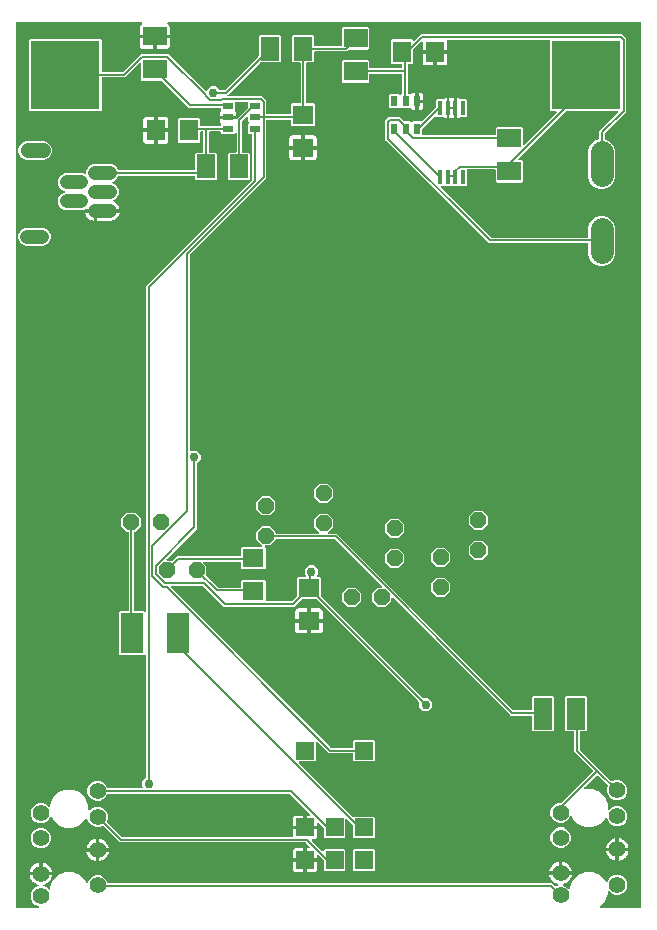
<source format=gbr>
G04 EAGLE Gerber RS-274X export*
G75*
%MOMM*%
%FSLAX34Y34*%
%LPD*%
%INBottom Copper*%
%IPPOS*%
%AMOC8*
5,1,8,0,0,1.08239X$1,22.5*%
G01*
%ADD10R,5.842000X5.842000*%
%ADD11C,1.950000*%
%ADD12R,1.600000X1.800000*%
%ADD13R,1.900000X3.400000*%
%ADD14R,1.600000X2.700000*%
%ADD15R,1.800000X1.600000*%
%ADD16C,1.408000*%
%ADD17R,2.000000X1.600000*%
%ADD18P,1.429621X8X292.500000*%
%ADD19P,1.429621X8X112.500000*%
%ADD20P,1.429621X8X202.500000*%
%ADD21P,1.429621X8X22.500000*%
%ADD22R,1.600000X2.000000*%
%ADD23R,0.600000X0.900000*%
%ADD24R,0.350000X1.200000*%
%ADD25R,0.900000X0.600000*%
%ADD26C,1.208000*%
%ADD27C,1.270000*%
%ADD28R,1.508000X1.508000*%
%ADD29C,0.152400*%
%ADD30C,0.756400*%

G36*
X29625Y10176D02*
X29625Y10176D01*
X29722Y10186D01*
X29746Y10196D01*
X29772Y10200D01*
X29858Y10246D01*
X29947Y10286D01*
X29966Y10303D01*
X29989Y10316D01*
X30056Y10386D01*
X30128Y10452D01*
X30141Y10475D01*
X30159Y10494D01*
X30200Y10582D01*
X30247Y10668D01*
X30251Y10693D01*
X30262Y10717D01*
X30273Y10814D01*
X30290Y10910D01*
X30287Y10936D01*
X30289Y10961D01*
X30269Y11057D01*
X30255Y11153D01*
X30243Y11176D01*
X30237Y11202D01*
X30187Y11285D01*
X30143Y11372D01*
X30124Y11391D01*
X30111Y11413D01*
X30037Y11476D01*
X29967Y11544D01*
X29939Y11560D01*
X29924Y11573D01*
X29893Y11585D01*
X29821Y11625D01*
X26648Y12939D01*
X24239Y15348D01*
X22935Y18496D01*
X22935Y21904D01*
X24239Y25052D01*
X26648Y27461D01*
X29128Y28488D01*
X29214Y28541D01*
X29303Y28590D01*
X29318Y28606D01*
X29337Y28617D01*
X29402Y28696D01*
X29471Y28770D01*
X29480Y28790D01*
X29494Y28807D01*
X29530Y28902D01*
X29572Y28994D01*
X29574Y29016D01*
X29582Y29037D01*
X29586Y29138D01*
X29596Y29239D01*
X29592Y29260D01*
X29592Y29282D01*
X29564Y29380D01*
X29542Y29478D01*
X29530Y29497D01*
X29524Y29519D01*
X29466Y29602D01*
X29413Y29688D01*
X29396Y29702D01*
X29384Y29721D01*
X29302Y29781D01*
X29247Y29828D01*
X29229Y29843D01*
X29228Y29843D01*
X29225Y29846D01*
X29200Y29857D01*
X29186Y29867D01*
X29155Y29878D01*
X29072Y29915D01*
X27822Y30321D01*
X26479Y31006D01*
X25258Y31892D01*
X24192Y32958D01*
X23306Y34179D01*
X22621Y35522D01*
X22155Y36957D01*
X22041Y37677D01*
X30738Y37677D01*
X30758Y37680D01*
X30777Y37678D01*
X30879Y37700D01*
X30981Y37717D01*
X30998Y37726D01*
X31018Y37730D01*
X31107Y37783D01*
X31198Y37832D01*
X31212Y37846D01*
X31229Y37856D01*
X31296Y37935D01*
X31367Y38010D01*
X31376Y38028D01*
X31389Y38043D01*
X31427Y38139D01*
X31471Y38233D01*
X31473Y38253D01*
X31481Y38271D01*
X31499Y38438D01*
X31499Y39201D01*
X31501Y39201D01*
X31501Y38438D01*
X31504Y38418D01*
X31502Y38399D01*
X31524Y38297D01*
X31541Y38195D01*
X31550Y38178D01*
X31554Y38158D01*
X31607Y38069D01*
X31656Y37978D01*
X31670Y37964D01*
X31680Y37947D01*
X31759Y37880D01*
X31834Y37809D01*
X31852Y37800D01*
X31867Y37787D01*
X31963Y37748D01*
X32057Y37705D01*
X32077Y37703D01*
X32095Y37695D01*
X32262Y37677D01*
X40959Y37677D01*
X40845Y36957D01*
X40379Y35522D01*
X39694Y34179D01*
X38808Y32958D01*
X37742Y31892D01*
X36521Y31006D01*
X35178Y30321D01*
X33928Y29915D01*
X33926Y29914D01*
X33923Y29913D01*
X33854Y29877D01*
X33838Y29869D01*
X33746Y29828D01*
X33729Y29813D01*
X33710Y29802D01*
X33639Y29730D01*
X33564Y29661D01*
X33554Y29642D01*
X33538Y29626D01*
X33495Y29534D01*
X33446Y29446D01*
X33442Y29424D01*
X33432Y29404D01*
X33420Y29303D01*
X33402Y29204D01*
X33405Y29182D01*
X33403Y29160D01*
X33423Y29061D01*
X33438Y28960D01*
X33448Y28940D01*
X33453Y28919D01*
X33503Y28832D01*
X33549Y28741D01*
X33565Y28725D01*
X33576Y28706D01*
X33653Y28640D01*
X33725Y28569D01*
X33749Y28555D01*
X33762Y28544D01*
X33792Y28532D01*
X33872Y28488D01*
X36352Y27461D01*
X38040Y25773D01*
X38098Y25731D01*
X38150Y25681D01*
X38197Y25659D01*
X38239Y25629D01*
X38308Y25608D01*
X38373Y25578D01*
X38425Y25572D01*
X38475Y25557D01*
X38546Y25559D01*
X38617Y25551D01*
X38668Y25562D01*
X38720Y25563D01*
X38788Y25588D01*
X38858Y25603D01*
X38903Y25630D01*
X38951Y25648D01*
X39007Y25692D01*
X39069Y25729D01*
X39103Y25769D01*
X39143Y25801D01*
X39182Y25862D01*
X39229Y25916D01*
X39248Y25964D01*
X39276Y26008D01*
X39294Y26078D01*
X39321Y26144D01*
X39329Y26216D01*
X39337Y26247D01*
X39335Y26270D01*
X39339Y26311D01*
X39339Y27415D01*
X41800Y33354D01*
X46346Y37900D01*
X52285Y40361D01*
X58715Y40361D01*
X64654Y37900D01*
X69200Y33354D01*
X69872Y31733D01*
X69910Y31672D01*
X69939Y31606D01*
X69974Y31568D01*
X70002Y31524D01*
X70057Y31478D01*
X70105Y31425D01*
X70151Y31400D01*
X70191Y31367D01*
X70258Y31341D01*
X70321Y31307D01*
X70372Y31297D01*
X70421Y31279D01*
X70492Y31276D01*
X70563Y31263D01*
X70615Y31270D01*
X70667Y31268D01*
X70735Y31288D01*
X70806Y31299D01*
X70853Y31322D01*
X70903Y31337D01*
X70962Y31378D01*
X71026Y31410D01*
X71062Y31447D01*
X71105Y31477D01*
X71148Y31535D01*
X71198Y31586D01*
X71232Y31649D01*
X71252Y31674D01*
X71259Y31697D01*
X71279Y31733D01*
X72239Y34052D01*
X74648Y36461D01*
X77796Y37765D01*
X81204Y37765D01*
X84352Y36461D01*
X86761Y34052D01*
X87730Y31713D01*
X87792Y31613D01*
X87851Y31513D01*
X87856Y31509D01*
X87859Y31504D01*
X87950Y31429D01*
X88038Y31353D01*
X88044Y31351D01*
X88049Y31347D01*
X88157Y31305D01*
X88266Y31261D01*
X88274Y31260D01*
X88278Y31259D01*
X88297Y31258D01*
X88433Y31243D01*
X464243Y31243D01*
X466909Y28577D01*
X467003Y28509D01*
X467097Y28439D01*
X467103Y28437D01*
X467108Y28434D01*
X467219Y28400D01*
X467331Y28363D01*
X467337Y28363D01*
X467343Y28361D01*
X467460Y28364D01*
X467577Y28366D01*
X467584Y28368D01*
X467589Y28368D01*
X467607Y28374D01*
X467738Y28412D01*
X469128Y28988D01*
X469214Y29041D01*
X469303Y29090D01*
X469318Y29106D01*
X469337Y29117D01*
X469402Y29195D01*
X469471Y29270D01*
X469480Y29290D01*
X469494Y29307D01*
X469530Y29401D01*
X469572Y29494D01*
X469574Y29516D01*
X469582Y29537D01*
X469586Y29638D01*
X469596Y29739D01*
X469591Y29760D01*
X469592Y29782D01*
X469564Y29879D01*
X469542Y29978D01*
X469530Y29997D01*
X469524Y30019D01*
X469466Y30102D01*
X469413Y30188D01*
X469396Y30202D01*
X469384Y30221D01*
X469302Y30281D01*
X469225Y30346D01*
X469200Y30357D01*
X469186Y30367D01*
X469155Y30378D01*
X469072Y30415D01*
X467822Y30821D01*
X466479Y31506D01*
X465258Y32392D01*
X464192Y33458D01*
X463306Y34679D01*
X462621Y36022D01*
X462155Y37457D01*
X462041Y38177D01*
X470738Y38177D01*
X470758Y38180D01*
X470777Y38178D01*
X470879Y38200D01*
X470981Y38217D01*
X470998Y38226D01*
X471018Y38230D01*
X471107Y38283D01*
X471198Y38332D01*
X471212Y38346D01*
X471229Y38356D01*
X471296Y38435D01*
X471367Y38510D01*
X471376Y38528D01*
X471389Y38543D01*
X471427Y38639D01*
X471471Y38733D01*
X471473Y38753D01*
X471481Y38771D01*
X471499Y38938D01*
X471499Y39701D01*
X471501Y39701D01*
X471501Y38938D01*
X471504Y38918D01*
X471502Y38899D01*
X471524Y38797D01*
X471541Y38695D01*
X471550Y38678D01*
X471554Y38658D01*
X471607Y38569D01*
X471656Y38478D01*
X471670Y38464D01*
X471680Y38447D01*
X471759Y38380D01*
X471834Y38309D01*
X471852Y38300D01*
X471867Y38287D01*
X471963Y38248D01*
X472057Y38205D01*
X472077Y38203D01*
X472095Y38195D01*
X472262Y38177D01*
X480959Y38177D01*
X480845Y37457D01*
X480379Y36022D01*
X479694Y34679D01*
X478808Y33458D01*
X477742Y32392D01*
X476521Y31506D01*
X475178Y30821D01*
X473928Y30415D01*
X473838Y30369D01*
X473746Y30328D01*
X473729Y30313D01*
X473710Y30302D01*
X473639Y30230D01*
X473564Y30161D01*
X473554Y30142D01*
X473538Y30126D01*
X473495Y30034D01*
X473446Y29946D01*
X473442Y29924D01*
X473432Y29904D01*
X473420Y29803D01*
X473402Y29704D01*
X473405Y29682D01*
X473403Y29660D01*
X473423Y29561D01*
X473438Y29460D01*
X473448Y29440D01*
X473453Y29419D01*
X473503Y29332D01*
X473549Y29241D01*
X473565Y29225D01*
X473577Y29206D01*
X473653Y29140D01*
X473725Y29069D01*
X473749Y29055D01*
X473762Y29044D01*
X473792Y29032D01*
X473872Y28988D01*
X476352Y27961D01*
X478040Y26273D01*
X478098Y26231D01*
X478150Y26181D01*
X478197Y26159D01*
X478239Y26129D01*
X478308Y26108D01*
X478373Y26078D01*
X478425Y26072D01*
X478475Y26057D01*
X478546Y26059D01*
X478617Y26051D01*
X478668Y26062D01*
X478720Y26063D01*
X478788Y26088D01*
X478858Y26103D01*
X478903Y26130D01*
X478951Y26148D01*
X479007Y26192D01*
X479069Y26229D01*
X479103Y26269D01*
X479143Y26301D01*
X479182Y26362D01*
X479229Y26416D01*
X479248Y26464D01*
X479276Y26508D01*
X479294Y26578D01*
X479321Y26644D01*
X479329Y26716D01*
X479337Y26747D01*
X479335Y26770D01*
X479339Y26811D01*
X479339Y27915D01*
X481800Y33854D01*
X486346Y38400D01*
X492285Y40861D01*
X498715Y40861D01*
X504654Y38400D01*
X509200Y33854D01*
X509872Y32233D01*
X509910Y32172D01*
X509939Y32106D01*
X509974Y32068D01*
X510002Y32024D01*
X510057Y31978D01*
X510105Y31925D01*
X510151Y31900D01*
X510191Y31867D01*
X510258Y31841D01*
X510321Y31807D01*
X510372Y31797D01*
X510421Y31779D01*
X510492Y31776D01*
X510563Y31763D01*
X510615Y31770D01*
X510667Y31768D01*
X510735Y31788D01*
X510806Y31799D01*
X510853Y31822D01*
X510903Y31837D01*
X510962Y31878D01*
X511026Y31910D01*
X511062Y31947D01*
X511105Y31977D01*
X511148Y32035D01*
X511198Y32086D01*
X511232Y32149D01*
X511252Y32174D01*
X511259Y32197D01*
X511279Y32233D01*
X512239Y34552D01*
X514648Y36961D01*
X517796Y38265D01*
X521204Y38265D01*
X524352Y36961D01*
X526761Y34552D01*
X528065Y31404D01*
X528065Y27996D01*
X526761Y24848D01*
X524352Y22439D01*
X521204Y21135D01*
X517796Y21135D01*
X514648Y22439D01*
X512960Y24127D01*
X512902Y24169D01*
X512850Y24219D01*
X512803Y24241D01*
X512761Y24271D01*
X512692Y24292D01*
X512627Y24322D01*
X512575Y24328D01*
X512525Y24343D01*
X512454Y24341D01*
X512383Y24349D01*
X512332Y24338D01*
X512280Y24337D01*
X512212Y24312D01*
X512142Y24297D01*
X512097Y24270D01*
X512049Y24252D01*
X511993Y24208D01*
X511931Y24171D01*
X511897Y24131D01*
X511857Y24099D01*
X511818Y24038D01*
X511771Y23984D01*
X511752Y23936D01*
X511724Y23892D01*
X511706Y23822D01*
X511679Y23756D01*
X511671Y23684D01*
X511663Y23653D01*
X511665Y23630D01*
X511661Y23589D01*
X511661Y21485D01*
X509200Y15546D01*
X505115Y11460D01*
X505073Y11402D01*
X505024Y11350D01*
X505002Y11303D01*
X504971Y11261D01*
X504950Y11192D01*
X504920Y11127D01*
X504914Y11075D01*
X504899Y11025D01*
X504901Y10954D01*
X504893Y10883D01*
X504904Y10832D01*
X504905Y10780D01*
X504930Y10712D01*
X504945Y10642D01*
X504972Y10597D01*
X504990Y10549D01*
X505035Y10493D01*
X505071Y10431D01*
X505111Y10397D01*
X505144Y10357D01*
X505204Y10318D01*
X505258Y10271D01*
X505307Y10252D01*
X505351Y10224D01*
X505420Y10206D01*
X505487Y10179D01*
X505558Y10171D01*
X505589Y10163D01*
X505612Y10165D01*
X505653Y10161D01*
X539078Y10161D01*
X539098Y10164D01*
X539117Y10162D01*
X539219Y10184D01*
X539321Y10200D01*
X539338Y10210D01*
X539358Y10214D01*
X539447Y10267D01*
X539538Y10316D01*
X539552Y10330D01*
X539569Y10340D01*
X539636Y10419D01*
X539708Y10494D01*
X539716Y10512D01*
X539729Y10527D01*
X539768Y10623D01*
X539811Y10717D01*
X539813Y10737D01*
X539821Y10755D01*
X539839Y10922D01*
X539839Y759078D01*
X539836Y759098D01*
X539838Y759117D01*
X539816Y759219D01*
X539800Y759321D01*
X539790Y759338D01*
X539786Y759358D01*
X539733Y759447D01*
X539684Y759538D01*
X539670Y759552D01*
X539660Y759569D01*
X539581Y759636D01*
X539506Y759708D01*
X539488Y759716D01*
X539473Y759729D01*
X539377Y759768D01*
X539283Y759811D01*
X539263Y759813D01*
X539245Y759821D01*
X539078Y759839D01*
X139270Y759839D01*
X139244Y759835D01*
X139218Y759837D01*
X139194Y759832D01*
X139179Y759832D01*
X139120Y759815D01*
X139028Y759800D01*
X139004Y759787D01*
X138979Y759781D01*
X138953Y759765D01*
X138943Y759762D01*
X138904Y759735D01*
X138896Y759730D01*
X138810Y759684D01*
X138792Y759665D01*
X138770Y759651D01*
X138748Y759625D01*
X138742Y759621D01*
X138722Y759593D01*
X138708Y759577D01*
X138641Y759506D01*
X138630Y759482D01*
X138613Y759462D01*
X138600Y759428D01*
X138596Y759423D01*
X138588Y759396D01*
X138578Y759371D01*
X138537Y759283D01*
X138534Y759257D01*
X138525Y759232D01*
X138523Y759195D01*
X138521Y759189D01*
X138522Y759159D01*
X138521Y759135D01*
X138510Y759039D01*
X138516Y759013D01*
X138515Y758986D01*
X138525Y758951D01*
X138525Y758943D01*
X138538Y758907D01*
X138542Y758893D01*
X138562Y758798D01*
X138576Y758776D01*
X138583Y758750D01*
X138603Y758722D01*
X138607Y758711D01*
X138639Y758670D01*
X138689Y758587D01*
X138709Y758570D01*
X138724Y758548D01*
X138749Y758530D01*
X138759Y758517D01*
X138842Y758456D01*
X138876Y758427D01*
X138888Y758422D01*
X138894Y758418D01*
X138919Y758403D01*
X138921Y758402D01*
X138923Y758401D01*
X139560Y758033D01*
X140033Y757560D01*
X140368Y756981D01*
X140541Y756334D01*
X140541Y749523D01*
X128762Y749523D01*
X128742Y749520D01*
X128723Y749522D01*
X128621Y749500D01*
X128519Y749483D01*
X128502Y749474D01*
X128482Y749470D01*
X128393Y749417D01*
X128302Y749368D01*
X128288Y749354D01*
X128271Y749344D01*
X128204Y749265D01*
X128133Y749190D01*
X128124Y749172D01*
X128111Y749157D01*
X128072Y749061D01*
X128029Y748967D01*
X128027Y748947D01*
X128019Y748929D01*
X128001Y748762D01*
X128001Y747999D01*
X127999Y747999D01*
X127999Y748762D01*
X127996Y748782D01*
X127998Y748801D01*
X127976Y748903D01*
X127959Y749005D01*
X127950Y749022D01*
X127946Y749042D01*
X127893Y749131D01*
X127844Y749222D01*
X127830Y749236D01*
X127820Y749253D01*
X127741Y749320D01*
X127666Y749391D01*
X127648Y749400D01*
X127633Y749413D01*
X127537Y749452D01*
X127443Y749495D01*
X127423Y749497D01*
X127405Y749505D01*
X127238Y749523D01*
X115459Y749523D01*
X115459Y756334D01*
X115632Y756981D01*
X115967Y757560D01*
X116440Y758033D01*
X117106Y758418D01*
X117121Y758430D01*
X117147Y758441D01*
X117166Y758459D01*
X117190Y758472D01*
X117251Y758537D01*
X117296Y758573D01*
X117304Y758586D01*
X117328Y758608D01*
X117341Y758631D01*
X117359Y758650D01*
X117400Y758738D01*
X117402Y758741D01*
X117427Y758782D01*
X117430Y758792D01*
X117447Y758823D01*
X117452Y758849D01*
X117463Y758873D01*
X117473Y758969D01*
X117477Y758988D01*
X117485Y759021D01*
X117484Y759028D01*
X117491Y759065D01*
X117487Y759091D01*
X117490Y759117D01*
X117469Y759212D01*
X117465Y759238D01*
X117463Y759266D01*
X117460Y759271D01*
X117455Y759309D01*
X117443Y759332D01*
X117438Y759358D01*
X117388Y759441D01*
X117376Y759464D01*
X117364Y759491D01*
X117360Y759496D01*
X117344Y759528D01*
X117325Y759546D01*
X117311Y759569D01*
X117238Y759632D01*
X117224Y759645D01*
X117199Y759673D01*
X117192Y759677D01*
X117168Y759700D01*
X117144Y759712D01*
X117124Y759729D01*
X117034Y759765D01*
X117031Y759767D01*
X116984Y759793D01*
X116973Y759795D01*
X116947Y759808D01*
X116921Y759811D01*
X116896Y759821D01*
X116744Y759838D01*
X116742Y759838D01*
X116730Y759839D01*
X10922Y759839D01*
X10902Y759836D01*
X10883Y759838D01*
X10781Y759816D01*
X10679Y759800D01*
X10662Y759790D01*
X10642Y759786D01*
X10553Y759733D01*
X10462Y759684D01*
X10448Y759670D01*
X10431Y759660D01*
X10364Y759581D01*
X10292Y759506D01*
X10284Y759488D01*
X10271Y759473D01*
X10232Y759377D01*
X10189Y759283D01*
X10187Y759263D01*
X10179Y759245D01*
X10161Y759078D01*
X10161Y10922D01*
X10164Y10902D01*
X10162Y10883D01*
X10184Y10781D01*
X10200Y10679D01*
X10210Y10662D01*
X10214Y10642D01*
X10267Y10553D01*
X10316Y10462D01*
X10330Y10448D01*
X10340Y10431D01*
X10419Y10364D01*
X10494Y10292D01*
X10512Y10284D01*
X10527Y10271D01*
X10623Y10232D01*
X10717Y10189D01*
X10737Y10187D01*
X10755Y10179D01*
X10922Y10161D01*
X29529Y10161D01*
X29625Y10176D01*
G37*
%LPC*%
G36*
X272028Y69135D02*
X272028Y69135D01*
X271135Y70028D01*
X271135Y77359D01*
X271121Y77450D01*
X271113Y77540D01*
X271101Y77570D01*
X271096Y77602D01*
X271053Y77683D01*
X271017Y77767D01*
X270991Y77799D01*
X270980Y77820D01*
X270957Y77842D01*
X270912Y77898D01*
X266580Y82230D01*
X266522Y82272D01*
X266470Y82321D01*
X266423Y82343D01*
X266381Y82373D01*
X266312Y82394D01*
X266247Y82425D01*
X266195Y82430D01*
X266145Y82446D01*
X266074Y82444D01*
X266003Y82452D01*
X265952Y82441D01*
X265900Y82439D01*
X265832Y82415D01*
X265762Y82400D01*
X265717Y82373D01*
X265669Y82355D01*
X265613Y82310D01*
X265551Y82273D01*
X265517Y82234D01*
X265477Y82201D01*
X265438Y82141D01*
X265391Y82086D01*
X265372Y82038D01*
X265344Y81994D01*
X265326Y81925D01*
X265299Y81858D01*
X265291Y81787D01*
X265283Y81756D01*
X265285Y81732D01*
X265281Y81692D01*
X265281Y79723D01*
X256723Y79723D01*
X256723Y88281D01*
X258692Y88281D01*
X258762Y88292D01*
X258834Y88294D01*
X258883Y88312D01*
X258934Y88320D01*
X258998Y88354D01*
X259065Y88379D01*
X259106Y88411D01*
X259152Y88436D01*
X259201Y88488D01*
X259257Y88532D01*
X259285Y88576D01*
X259321Y88614D01*
X259351Y88679D01*
X259390Y88739D01*
X259403Y88790D01*
X259425Y88837D01*
X259433Y88908D01*
X259450Y88978D01*
X259446Y89030D01*
X259452Y89081D01*
X259437Y89152D01*
X259431Y89223D01*
X259411Y89271D01*
X259400Y89322D01*
X259363Y89383D01*
X259335Y89449D01*
X259290Y89505D01*
X259273Y89533D01*
X259256Y89548D01*
X259230Y89580D01*
X242354Y106456D01*
X242280Y106509D01*
X242210Y106569D01*
X242180Y106581D01*
X242154Y106600D01*
X242067Y106627D01*
X241982Y106661D01*
X241941Y106665D01*
X241919Y106672D01*
X241887Y106671D01*
X241815Y106679D01*
X88235Y106679D01*
X88120Y106660D01*
X88004Y106643D01*
X87998Y106641D01*
X87992Y106640D01*
X87890Y106585D01*
X87785Y106532D01*
X87780Y106527D01*
X87775Y106524D01*
X87695Y106440D01*
X87612Y106356D01*
X87609Y106350D01*
X87605Y106346D01*
X87598Y106329D01*
X87532Y106209D01*
X86761Y104348D01*
X84352Y101939D01*
X81204Y100635D01*
X77796Y100635D01*
X74648Y101939D01*
X72239Y104348D01*
X70935Y107496D01*
X70935Y110904D01*
X72239Y114052D01*
X74648Y116461D01*
X77796Y117765D01*
X81204Y117765D01*
X84352Y116461D01*
X86761Y114052D01*
X87725Y111723D01*
X87787Y111623D01*
X87847Y111523D01*
X87852Y111519D01*
X87855Y111514D01*
X87945Y111439D01*
X88034Y111363D01*
X88040Y111361D01*
X88045Y111357D01*
X88153Y111315D01*
X88262Y111271D01*
X88270Y111270D01*
X88274Y111269D01*
X88292Y111268D01*
X88429Y111253D01*
X117149Y111253D01*
X117219Y111264D01*
X117291Y111266D01*
X117340Y111284D01*
X117391Y111292D01*
X117455Y111326D01*
X117522Y111351D01*
X117563Y111383D01*
X117609Y111408D01*
X117658Y111460D01*
X117714Y111504D01*
X117742Y111548D01*
X117778Y111586D01*
X117808Y111651D01*
X117847Y111711D01*
X117860Y111762D01*
X117882Y111809D01*
X117890Y111880D01*
X117907Y111950D01*
X117903Y112002D01*
X117909Y112053D01*
X117894Y112124D01*
X117888Y112195D01*
X117868Y112243D01*
X117857Y112294D01*
X117820Y112355D01*
X117792Y112421D01*
X117747Y112477D01*
X117730Y112505D01*
X117713Y112520D01*
X117687Y112552D01*
X117375Y112864D01*
X117375Y117260D01*
X120172Y120057D01*
X120225Y120131D01*
X120285Y120201D01*
X120297Y120231D01*
X120316Y120257D01*
X120343Y120344D01*
X120377Y120429D01*
X120381Y120470D01*
X120388Y120492D01*
X120387Y120524D01*
X120395Y120595D01*
X120395Y224101D01*
X120394Y224109D01*
X120394Y224111D01*
X120392Y224124D01*
X120384Y224172D01*
X120382Y224244D01*
X120364Y224293D01*
X120356Y224344D01*
X120322Y224407D01*
X120297Y224475D01*
X120265Y224515D01*
X120240Y224561D01*
X120188Y224611D01*
X120144Y224667D01*
X120100Y224695D01*
X120062Y224731D01*
X119997Y224761D01*
X119937Y224800D01*
X119886Y224812D01*
X119839Y224834D01*
X119768Y224842D01*
X119698Y224860D01*
X119646Y224856D01*
X119595Y224861D01*
X119524Y224846D01*
X119453Y224841D01*
X119405Y224820D01*
X119354Y224809D01*
X119293Y224772D01*
X119227Y224744D01*
X119171Y224699D01*
X119143Y224683D01*
X119128Y224665D01*
X119096Y224639D01*
X118532Y224075D01*
X98268Y224075D01*
X97375Y224968D01*
X97375Y260232D01*
X98268Y261125D01*
X105156Y261125D01*
X105176Y261128D01*
X105195Y261126D01*
X105297Y261148D01*
X105399Y261164D01*
X105416Y261174D01*
X105436Y261178D01*
X105525Y261231D01*
X105616Y261280D01*
X105630Y261294D01*
X105647Y261304D01*
X105714Y261383D01*
X105786Y261458D01*
X105794Y261476D01*
X105807Y261491D01*
X105846Y261587D01*
X105889Y261681D01*
X105891Y261701D01*
X105899Y261719D01*
X105917Y261886D01*
X105917Y327610D01*
X105915Y327626D01*
X105916Y327641D01*
X105916Y327644D01*
X105916Y327649D01*
X105894Y327751D01*
X105878Y327853D01*
X105868Y327870D01*
X105864Y327890D01*
X105811Y327979D01*
X105762Y328070D01*
X105748Y328084D01*
X105738Y328101D01*
X105659Y328168D01*
X105584Y328240D01*
X105566Y328248D01*
X105551Y328261D01*
X105455Y328300D01*
X105361Y328343D01*
X105341Y328345D01*
X105323Y328353D01*
X105156Y328371D01*
X104533Y328371D01*
X99771Y333133D01*
X99771Y339867D01*
X104533Y344629D01*
X111267Y344629D01*
X116029Y339867D01*
X116029Y333133D01*
X111267Y328371D01*
X111252Y328371D01*
X111232Y328368D01*
X111213Y328370D01*
X111111Y328348D01*
X111009Y328332D01*
X110992Y328322D01*
X110972Y328318D01*
X110883Y328265D01*
X110792Y328216D01*
X110778Y328202D01*
X110761Y328192D01*
X110694Y328113D01*
X110622Y328038D01*
X110614Y328020D01*
X110601Y328005D01*
X110562Y327909D01*
X110519Y327815D01*
X110517Y327795D01*
X110509Y327777D01*
X110491Y327610D01*
X110491Y261886D01*
X110494Y261866D01*
X110492Y261847D01*
X110514Y261745D01*
X110530Y261643D01*
X110540Y261626D01*
X110544Y261606D01*
X110597Y261517D01*
X110646Y261426D01*
X110660Y261412D01*
X110670Y261395D01*
X110749Y261328D01*
X110824Y261256D01*
X110842Y261248D01*
X110857Y261235D01*
X110953Y261196D01*
X111047Y261153D01*
X111067Y261151D01*
X111085Y261143D01*
X111252Y261125D01*
X118532Y261125D01*
X119096Y260561D01*
X119154Y260519D01*
X119206Y260469D01*
X119253Y260447D01*
X119295Y260417D01*
X119364Y260396D01*
X119429Y260366D01*
X119481Y260360D01*
X119531Y260345D01*
X119602Y260347D01*
X119673Y260339D01*
X119724Y260350D01*
X119776Y260351D01*
X119844Y260376D01*
X119914Y260391D01*
X119959Y260418D01*
X120007Y260435D01*
X120063Y260480D01*
X120125Y260517D01*
X120159Y260557D01*
X120199Y260589D01*
X120238Y260649D01*
X120285Y260704D01*
X120304Y260752D01*
X120332Y260796D01*
X120350Y260866D01*
X120377Y260932D01*
X120385Y261003D01*
X120393Y261035D01*
X120391Y261058D01*
X120395Y261099D01*
X120395Y536633D01*
X210088Y626326D01*
X210141Y626400D01*
X210201Y626470D01*
X210213Y626500D01*
X210232Y626526D01*
X210259Y626613D01*
X210293Y626698D01*
X210297Y626739D01*
X210304Y626761D01*
X210303Y626793D01*
X210311Y626865D01*
X210311Y664714D01*
X210308Y664734D01*
X210310Y664753D01*
X210288Y664855D01*
X210272Y664957D01*
X210262Y664974D01*
X210258Y664994D01*
X210205Y665083D01*
X210156Y665174D01*
X210142Y665188D01*
X210132Y665205D01*
X210053Y665272D01*
X209978Y665344D01*
X209960Y665352D01*
X209945Y665365D01*
X209849Y665404D01*
X209755Y665447D01*
X209735Y665449D01*
X209717Y665457D01*
X209550Y665475D01*
X207868Y665475D01*
X206975Y666368D01*
X206975Y673632D01*
X207555Y674212D01*
X207567Y674228D01*
X207583Y674240D01*
X207613Y674287D01*
X207629Y674304D01*
X207641Y674331D01*
X207699Y674411D01*
X207705Y674430D01*
X207716Y674447D01*
X207741Y674548D01*
X207771Y674647D01*
X207771Y674666D01*
X207776Y674686D01*
X207768Y674789D01*
X207765Y674892D01*
X207758Y674911D01*
X207757Y674931D01*
X207716Y675026D01*
X207681Y675123D01*
X207668Y675139D01*
X207660Y675157D01*
X207555Y675288D01*
X206975Y675868D01*
X206975Y679678D01*
X206964Y679748D01*
X206962Y679820D01*
X206944Y679869D01*
X206936Y679920D01*
X206902Y679984D01*
X206877Y680051D01*
X206845Y680092D01*
X206820Y680138D01*
X206768Y680187D01*
X206724Y680243D01*
X206680Y680271D01*
X206642Y680307D01*
X206577Y680337D01*
X206517Y680376D01*
X206466Y680389D01*
X206419Y680411D01*
X206348Y680419D01*
X206278Y680436D01*
X206226Y680432D01*
X206175Y680438D01*
X206104Y680423D01*
X206033Y680417D01*
X205985Y680397D01*
X205934Y680386D01*
X205873Y680349D01*
X205807Y680321D01*
X205751Y680276D01*
X205723Y680259D01*
X205708Y680242D01*
X205676Y680216D01*
X202154Y676694D01*
X202101Y676620D01*
X202041Y676550D01*
X202029Y676520D01*
X202010Y676494D01*
X201983Y676407D01*
X201949Y676322D01*
X201945Y676281D01*
X201938Y676259D01*
X201939Y676227D01*
X201931Y676155D01*
X201931Y650286D01*
X201934Y650266D01*
X201932Y650247D01*
X201954Y650145D01*
X201970Y650043D01*
X201980Y650026D01*
X201984Y650006D01*
X202037Y649917D01*
X202086Y649826D01*
X202100Y649812D01*
X202110Y649795D01*
X202189Y649728D01*
X202264Y649656D01*
X202282Y649648D01*
X202297Y649635D01*
X202393Y649596D01*
X202487Y649553D01*
X202507Y649551D01*
X202525Y649543D01*
X202692Y649525D01*
X207832Y649525D01*
X208725Y648632D01*
X208725Y627368D01*
X207832Y626475D01*
X190568Y626475D01*
X189675Y627368D01*
X189675Y648632D01*
X190568Y649525D01*
X196596Y649525D01*
X196616Y649528D01*
X196635Y649526D01*
X196737Y649548D01*
X196839Y649564D01*
X196856Y649574D01*
X196876Y649578D01*
X196965Y649631D01*
X197056Y649680D01*
X197070Y649694D01*
X197087Y649704D01*
X197154Y649783D01*
X197226Y649858D01*
X197234Y649876D01*
X197247Y649891D01*
X197286Y649987D01*
X197329Y650081D01*
X197331Y650101D01*
X197339Y650119D01*
X197357Y650286D01*
X197357Y665863D01*
X197346Y665934D01*
X197344Y666006D01*
X197326Y666055D01*
X197318Y666106D01*
X197284Y666169D01*
X197259Y666237D01*
X197227Y666277D01*
X197202Y666323D01*
X197150Y666373D01*
X197106Y666429D01*
X197062Y666457D01*
X197024Y666493D01*
X196959Y666523D01*
X196899Y666562D01*
X196848Y666574D01*
X196801Y666596D01*
X196730Y666604D01*
X196660Y666622D01*
X196608Y666618D01*
X196557Y666623D01*
X196486Y666608D01*
X196415Y666603D01*
X196367Y666582D01*
X196316Y666571D01*
X196255Y666534D01*
X196189Y666506D01*
X196133Y666461D01*
X196105Y666445D01*
X196090Y666427D01*
X196058Y666401D01*
X195132Y665475D01*
X184868Y665475D01*
X183975Y666368D01*
X183975Y666750D01*
X183972Y666770D01*
X183974Y666789D01*
X183952Y666891D01*
X183936Y666993D01*
X183926Y667010D01*
X183922Y667030D01*
X183869Y667119D01*
X183820Y667210D01*
X183806Y667224D01*
X183796Y667241D01*
X183717Y667308D01*
X183642Y667380D01*
X183624Y667388D01*
X183609Y667401D01*
X183513Y667440D01*
X183419Y667483D01*
X183399Y667485D01*
X183381Y667493D01*
X183214Y667511D01*
X174498Y667511D01*
X174478Y667508D01*
X174459Y667510D01*
X174357Y667488D01*
X174255Y667472D01*
X174238Y667462D01*
X174218Y667458D01*
X174129Y667405D01*
X174038Y667356D01*
X174024Y667342D01*
X174007Y667332D01*
X173940Y667253D01*
X173868Y667178D01*
X173860Y667160D01*
X173847Y667145D01*
X173808Y667049D01*
X173765Y666955D01*
X173763Y666935D01*
X173755Y666917D01*
X173737Y666750D01*
X173737Y650286D01*
X173740Y650266D01*
X173738Y650247D01*
X173760Y650145D01*
X173776Y650043D01*
X173786Y650026D01*
X173790Y650006D01*
X173843Y649917D01*
X173892Y649826D01*
X173906Y649812D01*
X173916Y649795D01*
X173995Y649728D01*
X174070Y649656D01*
X174088Y649648D01*
X174103Y649635D01*
X174199Y649596D01*
X174293Y649553D01*
X174313Y649551D01*
X174331Y649543D01*
X174498Y649525D01*
X179832Y649525D01*
X180725Y648632D01*
X180725Y627368D01*
X179832Y626475D01*
X162568Y626475D01*
X161675Y627368D01*
X161675Y629412D01*
X161672Y629432D01*
X161674Y629451D01*
X161652Y629553D01*
X161636Y629655D01*
X161626Y629672D01*
X161622Y629692D01*
X161569Y629781D01*
X161520Y629872D01*
X161506Y629886D01*
X161496Y629903D01*
X161417Y629970D01*
X161342Y630042D01*
X161324Y630050D01*
X161309Y630063D01*
X161213Y630102D01*
X161119Y630145D01*
X161099Y630147D01*
X161081Y630155D01*
X160914Y630173D01*
X97454Y630173D01*
X97340Y630154D01*
X97223Y630137D01*
X97218Y630135D01*
X97212Y630134D01*
X97109Y630079D01*
X97004Y630026D01*
X97000Y630021D01*
X96994Y630018D01*
X96914Y629934D01*
X96832Y629850D01*
X96828Y629844D01*
X96825Y629840D01*
X96817Y629823D01*
X96751Y629703D01*
X96093Y628115D01*
X93965Y625987D01*
X91832Y625103D01*
X91771Y625065D01*
X91705Y625036D01*
X91667Y625001D01*
X91623Y624974D01*
X91577Y624918D01*
X91524Y624870D01*
X91499Y624824D01*
X91466Y624784D01*
X91440Y624717D01*
X91406Y624654D01*
X91396Y624603D01*
X91378Y624555D01*
X91375Y624483D01*
X91362Y624412D01*
X91370Y624361D01*
X91367Y624309D01*
X91387Y624240D01*
X91398Y624169D01*
X91421Y624123D01*
X91436Y624073D01*
X91477Y624014D01*
X91509Y623950D01*
X91546Y623913D01*
X91576Y623871D01*
X91634Y623828D01*
X91685Y623778D01*
X91748Y623743D01*
X91773Y623724D01*
X91796Y623717D01*
X91832Y623697D01*
X93965Y622813D01*
X96093Y620685D01*
X97245Y617905D01*
X97245Y614895D01*
X96093Y612115D01*
X93965Y609987D01*
X93159Y609653D01*
X93098Y609615D01*
X93033Y609586D01*
X92994Y609551D01*
X92950Y609524D01*
X92904Y609468D01*
X92852Y609420D01*
X92827Y609374D01*
X92793Y609334D01*
X92768Y609267D01*
X92733Y609204D01*
X92724Y609153D01*
X92705Y609104D01*
X92702Y609033D01*
X92689Y608962D01*
X92697Y608911D01*
X92695Y608859D01*
X92715Y608790D01*
X92725Y608719D01*
X92749Y608672D01*
X92763Y608622D01*
X92804Y608564D01*
X92837Y608500D01*
X92874Y608463D01*
X92904Y608420D01*
X92961Y608378D01*
X93012Y608327D01*
X93075Y608293D01*
X93101Y608274D01*
X93123Y608266D01*
X93159Y608247D01*
X93745Y608004D01*
X95150Y607065D01*
X96345Y605870D01*
X97284Y604465D01*
X97931Y602903D01*
X98126Y601923D01*
X78362Y601923D01*
X78342Y601920D01*
X78323Y601922D01*
X78221Y601900D01*
X78119Y601883D01*
X78102Y601874D01*
X78082Y601870D01*
X77993Y601817D01*
X77902Y601768D01*
X77888Y601754D01*
X77871Y601744D01*
X77804Y601665D01*
X77733Y601590D01*
X77724Y601572D01*
X77711Y601557D01*
X77673Y601461D01*
X77629Y601367D01*
X77627Y601347D01*
X77619Y601329D01*
X77601Y601162D01*
X77601Y600399D01*
X77599Y600399D01*
X77599Y601162D01*
X77596Y601182D01*
X77598Y601201D01*
X77576Y601303D01*
X77559Y601405D01*
X77550Y601422D01*
X77546Y601442D01*
X77493Y601531D01*
X77444Y601622D01*
X77430Y601636D01*
X77420Y601653D01*
X77341Y601720D01*
X77266Y601791D01*
X77248Y601800D01*
X77233Y601813D01*
X77137Y601852D01*
X77043Y601895D01*
X77023Y601897D01*
X77005Y601905D01*
X76838Y601923D01*
X69883Y601923D01*
X69818Y601913D01*
X69752Y601912D01*
X69672Y601889D01*
X69640Y601883D01*
X69623Y601874D01*
X69591Y601865D01*
X67105Y600835D01*
X52015Y600835D01*
X49235Y601987D01*
X47107Y604115D01*
X45955Y606895D01*
X45955Y609905D01*
X47107Y612685D01*
X49235Y614813D01*
X51368Y615697D01*
X51429Y615735D01*
X51495Y615764D01*
X51533Y615799D01*
X51577Y615826D01*
X51623Y615882D01*
X51676Y615930D01*
X51701Y615976D01*
X51734Y616016D01*
X51760Y616083D01*
X51794Y616146D01*
X51804Y616197D01*
X51822Y616245D01*
X51825Y616317D01*
X51838Y616388D01*
X51831Y616439D01*
X51833Y616491D01*
X51813Y616560D01*
X51802Y616631D01*
X51779Y616677D01*
X51764Y616727D01*
X51723Y616786D01*
X51691Y616850D01*
X51654Y616887D01*
X51624Y616929D01*
X51566Y616972D01*
X51515Y617022D01*
X51452Y617057D01*
X51427Y617076D01*
X51404Y617083D01*
X51368Y617103D01*
X49235Y617987D01*
X47107Y620115D01*
X45955Y622895D01*
X45955Y625905D01*
X47107Y628685D01*
X49235Y630813D01*
X52015Y631965D01*
X67105Y631965D01*
X68983Y631187D01*
X69027Y631176D01*
X69069Y631157D01*
X69146Y631148D01*
X69222Y631131D01*
X69268Y631135D01*
X69313Y631130D01*
X69390Y631146D01*
X69467Y631154D01*
X69509Y631172D01*
X69554Y631182D01*
X69621Y631222D01*
X69692Y631254D01*
X69726Y631285D01*
X69765Y631308D01*
X69816Y631367D01*
X69873Y631420D01*
X69895Y631460D01*
X69925Y631495D01*
X69954Y631567D01*
X69991Y631636D01*
X70000Y631681D01*
X70017Y631723D01*
X70032Y631859D01*
X70035Y631878D01*
X70034Y631883D01*
X70035Y631890D01*
X70035Y633905D01*
X71187Y636685D01*
X73315Y638813D01*
X76095Y639965D01*
X91185Y639965D01*
X93965Y638813D01*
X96093Y636685D01*
X96701Y635217D01*
X96763Y635117D01*
X96823Y635017D01*
X96828Y635013D01*
X96831Y635008D01*
X96921Y634933D01*
X97010Y634857D01*
X97016Y634855D01*
X97020Y634851D01*
X97129Y634809D01*
X97238Y634765D01*
X97245Y634764D01*
X97250Y634763D01*
X97268Y634762D01*
X97405Y634747D01*
X160914Y634747D01*
X160934Y634750D01*
X160953Y634748D01*
X161055Y634770D01*
X161157Y634786D01*
X161174Y634796D01*
X161194Y634800D01*
X161283Y634853D01*
X161374Y634902D01*
X161388Y634916D01*
X161405Y634926D01*
X161472Y635005D01*
X161544Y635080D01*
X161552Y635098D01*
X161565Y635113D01*
X161604Y635209D01*
X161647Y635303D01*
X161649Y635323D01*
X161657Y635341D01*
X161675Y635508D01*
X161675Y648632D01*
X162568Y649525D01*
X168402Y649525D01*
X168422Y649528D01*
X168441Y649526D01*
X168543Y649548D01*
X168645Y649564D01*
X168662Y649574D01*
X168682Y649578D01*
X168771Y649631D01*
X168862Y649680D01*
X168876Y649694D01*
X168893Y649704D01*
X168960Y649783D01*
X169032Y649858D01*
X169040Y649876D01*
X169053Y649891D01*
X169092Y649987D01*
X169135Y650081D01*
X169137Y650101D01*
X169145Y650119D01*
X169163Y650286D01*
X169163Y666750D01*
X169160Y666770D01*
X169162Y666789D01*
X169140Y666891D01*
X169124Y666993D01*
X169114Y667010D01*
X169110Y667030D01*
X169057Y667119D01*
X169008Y667210D01*
X168994Y667224D01*
X168984Y667241D01*
X168905Y667308D01*
X168830Y667380D01*
X168812Y667388D01*
X168797Y667401D01*
X168701Y667440D01*
X168607Y667483D01*
X168587Y667485D01*
X168569Y667493D01*
X168402Y667511D01*
X167186Y667511D01*
X167166Y667508D01*
X167147Y667510D01*
X167045Y667488D01*
X166943Y667472D01*
X166926Y667462D01*
X166906Y667458D01*
X166817Y667405D01*
X166726Y667356D01*
X166712Y667342D01*
X166695Y667332D01*
X166628Y667253D01*
X166556Y667178D01*
X166548Y667160D01*
X166535Y667145D01*
X166496Y667049D01*
X166453Y666955D01*
X166451Y666935D01*
X166443Y666917D01*
X166425Y666750D01*
X166425Y658868D01*
X165532Y657975D01*
X148268Y657975D01*
X147375Y658868D01*
X147375Y678132D01*
X148268Y679025D01*
X165532Y679025D01*
X166425Y678132D01*
X166425Y672846D01*
X166428Y672826D01*
X166426Y672807D01*
X166448Y672705D01*
X166464Y672603D01*
X166474Y672586D01*
X166478Y672566D01*
X166531Y672477D01*
X166580Y672386D01*
X166594Y672372D01*
X166604Y672355D01*
X166683Y672288D01*
X166758Y672216D01*
X166776Y672208D01*
X166791Y672195D01*
X166887Y672156D01*
X166981Y672113D01*
X167001Y672111D01*
X167019Y672103D01*
X167186Y672085D01*
X183214Y672085D01*
X183234Y672088D01*
X183253Y672086D01*
X183355Y672108D01*
X183457Y672124D01*
X183474Y672134D01*
X183494Y672138D01*
X183583Y672191D01*
X183674Y672240D01*
X183688Y672254D01*
X183705Y672264D01*
X183772Y672343D01*
X183844Y672418D01*
X183852Y672436D01*
X183865Y672451D01*
X183904Y672547D01*
X183947Y672641D01*
X183949Y672661D01*
X183957Y672679D01*
X183975Y672846D01*
X183975Y673686D01*
X183980Y673693D01*
X183986Y673712D01*
X183997Y673729D01*
X184023Y673829D01*
X184053Y673928D01*
X184052Y673948D01*
X184057Y673967D01*
X184049Y674070D01*
X184047Y674174D01*
X184040Y674193D01*
X184038Y674213D01*
X183998Y674308D01*
X183962Y674405D01*
X183950Y674421D01*
X183942Y674439D01*
X183837Y674570D01*
X183467Y674940D01*
X183132Y675519D01*
X182959Y676166D01*
X182959Y678001D01*
X189262Y678001D01*
X189281Y678004D01*
X189301Y678002D01*
X189403Y678024D01*
X189505Y678040D01*
X189522Y678050D01*
X189542Y678054D01*
X189631Y678107D01*
X189722Y678156D01*
X189736Y678170D01*
X189753Y678180D01*
X189820Y678259D01*
X189891Y678334D01*
X189900Y678352D01*
X189913Y678367D01*
X189951Y678463D01*
X189995Y678557D01*
X189997Y678577D01*
X190004Y678595D01*
X190017Y678519D01*
X190026Y678502D01*
X190030Y678482D01*
X190083Y678393D01*
X190132Y678302D01*
X190146Y678288D01*
X190156Y678271D01*
X190235Y678204D01*
X190310Y678132D01*
X190328Y678124D01*
X190343Y678111D01*
X190440Y678072D01*
X190533Y678029D01*
X190553Y678027D01*
X190571Y678019D01*
X190738Y678001D01*
X196677Y678001D01*
X196768Y678015D01*
X196858Y678023D01*
X196888Y678035D01*
X196920Y678040D01*
X197001Y678083D01*
X197085Y678119D01*
X197117Y678145D01*
X197138Y678156D01*
X197160Y678179D01*
X197216Y678224D01*
X198920Y679928D01*
X206752Y687760D01*
X206805Y687834D01*
X206865Y687904D01*
X206877Y687934D01*
X206896Y687960D01*
X206923Y688047D01*
X206957Y688132D01*
X206961Y688173D01*
X206968Y688195D01*
X206967Y688227D01*
X206975Y688298D01*
X206975Y691896D01*
X206972Y691916D01*
X206974Y691935D01*
X206952Y692037D01*
X206936Y692139D01*
X206926Y692156D01*
X206922Y692176D01*
X206869Y692265D01*
X206820Y692356D01*
X206806Y692370D01*
X206796Y692387D01*
X206717Y692454D01*
X206642Y692526D01*
X206624Y692534D01*
X206609Y692547D01*
X206513Y692586D01*
X206419Y692629D01*
X206399Y692631D01*
X206381Y692639D01*
X206214Y692657D01*
X196786Y692657D01*
X196766Y692654D01*
X196747Y692656D01*
X196645Y692634D01*
X196543Y692618D01*
X196526Y692608D01*
X196506Y692604D01*
X196417Y692551D01*
X196326Y692502D01*
X196312Y692488D01*
X196295Y692478D01*
X196228Y692399D01*
X196156Y692324D01*
X196148Y692306D01*
X196135Y692291D01*
X196096Y692195D01*
X196053Y692101D01*
X196051Y692081D01*
X196043Y692063D01*
X196025Y691896D01*
X196025Y685314D01*
X196020Y685307D01*
X196014Y685288D01*
X196003Y685271D01*
X195977Y685171D01*
X195947Y685072D01*
X195948Y685052D01*
X195943Y685033D01*
X195951Y684930D01*
X195953Y684826D01*
X195960Y684807D01*
X195962Y684787D01*
X196002Y684692D01*
X196038Y684595D01*
X196050Y684579D01*
X196058Y684561D01*
X196163Y684430D01*
X196533Y684060D01*
X196868Y683481D01*
X197041Y682834D01*
X197041Y680999D01*
X190738Y680999D01*
X190719Y680996D01*
X190699Y680998D01*
X190597Y680976D01*
X190495Y680960D01*
X190478Y680950D01*
X190458Y680946D01*
X190369Y680893D01*
X190278Y680844D01*
X190264Y680830D01*
X190247Y680820D01*
X190180Y680741D01*
X190109Y680666D01*
X190100Y680648D01*
X190087Y680633D01*
X190049Y680537D01*
X190005Y680443D01*
X190003Y680423D01*
X189996Y680405D01*
X189983Y680481D01*
X189974Y680498D01*
X189970Y680518D01*
X189917Y680607D01*
X189868Y680698D01*
X189854Y680712D01*
X189844Y680729D01*
X189765Y680796D01*
X189690Y680868D01*
X189672Y680876D01*
X189657Y680889D01*
X189560Y680928D01*
X189467Y680971D01*
X189447Y680973D01*
X189429Y680981D01*
X189262Y680999D01*
X182959Y680999D01*
X182959Y682834D01*
X183132Y683481D01*
X183467Y684060D01*
X183837Y684430D01*
X183849Y684446D01*
X183864Y684459D01*
X183920Y684546D01*
X183981Y684630D01*
X183986Y684649D01*
X183997Y684666D01*
X184023Y684766D01*
X184053Y684865D01*
X184052Y684885D01*
X184057Y684904D01*
X184049Y685007D01*
X184047Y685111D01*
X184040Y685130D01*
X184038Y685150D01*
X183998Y685245D01*
X183975Y685306D01*
X183975Y686562D01*
X183972Y686582D01*
X183974Y686601D01*
X183952Y686703D01*
X183936Y686805D01*
X183926Y686822D01*
X183922Y686842D01*
X183869Y686931D01*
X183820Y687022D01*
X183806Y687036D01*
X183796Y687053D01*
X183717Y687120D01*
X183642Y687192D01*
X183624Y687200D01*
X183609Y687213D01*
X183513Y687252D01*
X183419Y687295D01*
X183399Y687297D01*
X183381Y687305D01*
X183214Y687323D01*
X156787Y687323D01*
X133858Y710252D01*
X133784Y710305D01*
X133714Y710365D01*
X133684Y710377D01*
X133658Y710396D01*
X133571Y710423D01*
X133486Y710457D01*
X133445Y710461D01*
X133423Y710468D01*
X133391Y710467D01*
X133320Y710475D01*
X117368Y710475D01*
X116475Y711368D01*
X116475Y724814D01*
X116464Y724884D01*
X116462Y724956D01*
X116444Y725005D01*
X116436Y725056D01*
X116402Y725120D01*
X116377Y725187D01*
X116345Y725228D01*
X116320Y725274D01*
X116268Y725323D01*
X116224Y725379D01*
X116180Y725407D01*
X116142Y725443D01*
X116077Y725473D01*
X116017Y725512D01*
X115966Y725525D01*
X115919Y725547D01*
X115848Y725555D01*
X115778Y725572D01*
X115726Y725568D01*
X115675Y725574D01*
X115604Y725559D01*
X115533Y725553D01*
X115485Y725533D01*
X115434Y725522D01*
X115373Y725485D01*
X115307Y725457D01*
X115251Y725412D01*
X115223Y725395D01*
X115208Y725378D01*
X115176Y725352D01*
X103055Y713231D01*
X83696Y713231D01*
X83676Y713228D01*
X83657Y713230D01*
X83555Y713208D01*
X83453Y713192D01*
X83436Y713182D01*
X83416Y713178D01*
X83327Y713125D01*
X83236Y713076D01*
X83222Y713062D01*
X83205Y713052D01*
X83138Y712973D01*
X83066Y712898D01*
X83058Y712880D01*
X83045Y712865D01*
X83006Y712769D01*
X82963Y712675D01*
X82961Y712655D01*
X82953Y712637D01*
X82935Y712470D01*
X82935Y685458D01*
X82042Y684565D01*
X22358Y684565D01*
X21465Y685458D01*
X21465Y745142D01*
X22358Y746035D01*
X82042Y746035D01*
X82935Y745142D01*
X82935Y718566D01*
X82938Y718546D01*
X82936Y718527D01*
X82958Y718425D01*
X82974Y718323D01*
X82984Y718306D01*
X82988Y718286D01*
X83041Y718197D01*
X83090Y718106D01*
X83104Y718092D01*
X83114Y718075D01*
X83193Y718008D01*
X83268Y717936D01*
X83286Y717928D01*
X83301Y717915D01*
X83397Y717876D01*
X83491Y717833D01*
X83511Y717831D01*
X83529Y717823D01*
X83696Y717805D01*
X100845Y717805D01*
X100936Y717819D01*
X101026Y717827D01*
X101056Y717839D01*
X101088Y717844D01*
X101169Y717887D01*
X101253Y717923D01*
X101285Y717949D01*
X101306Y717960D01*
X101328Y717983D01*
X101384Y718028D01*
X116401Y733045D01*
X139631Y733045D01*
X170940Y701736D01*
X170998Y701694D01*
X171050Y701645D01*
X171097Y701623D01*
X171139Y701593D01*
X171208Y701572D01*
X171273Y701541D01*
X171325Y701536D01*
X171375Y701520D01*
X171446Y701522D01*
X171517Y701514D01*
X171568Y701525D01*
X171620Y701527D01*
X171688Y701551D01*
X171758Y701566D01*
X171803Y701593D01*
X171851Y701611D01*
X171907Y701656D01*
X171969Y701693D01*
X172003Y701732D01*
X172043Y701765D01*
X172082Y701825D01*
X172129Y701880D01*
X172148Y701928D01*
X172176Y701972D01*
X172194Y702041D01*
X172221Y702108D01*
X172229Y702179D01*
X172237Y702210D01*
X172235Y702234D01*
X172239Y702274D01*
X172239Y702476D01*
X175348Y705585D01*
X179744Y705585D01*
X182541Y702788D01*
X182615Y702735D01*
X182685Y702675D01*
X182715Y702663D01*
X182741Y702644D01*
X182828Y702617D01*
X182913Y702583D01*
X182954Y702579D01*
X182976Y702572D01*
X183008Y702573D01*
X183079Y702565D01*
X186951Y702565D01*
X187042Y702579D01*
X187132Y702587D01*
X187162Y702599D01*
X187194Y702604D01*
X187275Y702647D01*
X187359Y702683D01*
X187391Y702709D01*
X187412Y702720D01*
X187434Y702743D01*
X187490Y702788D01*
X215652Y730950D01*
X215705Y731024D01*
X215765Y731094D01*
X215777Y731124D01*
X215796Y731150D01*
X215823Y731237D01*
X215857Y731322D01*
X215861Y731363D01*
X215868Y731385D01*
X215867Y731417D01*
X215875Y731488D01*
X215875Y748132D01*
X216768Y749025D01*
X234032Y749025D01*
X234925Y748132D01*
X234925Y726868D01*
X234032Y725975D01*
X217460Y725975D01*
X217370Y725961D01*
X217279Y725953D01*
X217250Y725941D01*
X217218Y725936D01*
X217137Y725893D01*
X217053Y725857D01*
X217021Y725831D01*
X217000Y725820D01*
X216978Y725797D01*
X216922Y725752D01*
X189700Y698530D01*
X189658Y698472D01*
X189609Y698420D01*
X189587Y698373D01*
X189557Y698331D01*
X189536Y698262D01*
X189505Y698197D01*
X189500Y698145D01*
X189484Y698095D01*
X189486Y698024D01*
X189478Y697953D01*
X189489Y697902D01*
X189491Y697850D01*
X189515Y697782D01*
X189530Y697712D01*
X189557Y697668D01*
X189575Y697619D01*
X189620Y697563D01*
X189657Y697501D01*
X189696Y697467D01*
X189729Y697427D01*
X189789Y697388D01*
X189844Y697341D01*
X189892Y697322D01*
X189936Y697294D01*
X190005Y697276D01*
X190072Y697249D01*
X190143Y697241D01*
X190174Y697233D01*
X190198Y697235D01*
X190238Y697231D01*
X218879Y697231D01*
X222505Y693605D01*
X222505Y682752D01*
X222508Y682732D01*
X222506Y682713D01*
X222528Y682611D01*
X222544Y682509D01*
X222554Y682492D01*
X222558Y682472D01*
X222611Y682383D01*
X222660Y682292D01*
X222674Y682278D01*
X222684Y682261D01*
X222763Y682194D01*
X222838Y682122D01*
X222856Y682114D01*
X222871Y682101D01*
X222967Y682062D01*
X223061Y682019D01*
X223081Y682017D01*
X223099Y682009D01*
X223266Y681991D01*
X242214Y681991D01*
X242234Y681994D01*
X242253Y681992D01*
X242355Y682014D01*
X242457Y682030D01*
X242474Y682040D01*
X242494Y682044D01*
X242583Y682097D01*
X242674Y682146D01*
X242688Y682160D01*
X242705Y682170D01*
X242772Y682249D01*
X242844Y682324D01*
X242852Y682342D01*
X242865Y682357D01*
X242904Y682453D01*
X242947Y682547D01*
X242949Y682567D01*
X242957Y682585D01*
X242975Y682752D01*
X242975Y690332D01*
X243868Y691225D01*
X250698Y691225D01*
X250718Y691228D01*
X250737Y691226D01*
X250839Y691248D01*
X250941Y691264D01*
X250958Y691274D01*
X250978Y691278D01*
X251067Y691331D01*
X251158Y691380D01*
X251172Y691394D01*
X251189Y691404D01*
X251256Y691483D01*
X251328Y691558D01*
X251336Y691576D01*
X251349Y691591D01*
X251388Y691687D01*
X251431Y691781D01*
X251433Y691801D01*
X251441Y691819D01*
X251459Y691986D01*
X251459Y725214D01*
X251456Y725234D01*
X251458Y725253D01*
X251436Y725355D01*
X251420Y725457D01*
X251410Y725474D01*
X251406Y725494D01*
X251353Y725583D01*
X251304Y725674D01*
X251290Y725688D01*
X251280Y725705D01*
X251201Y725772D01*
X251126Y725844D01*
X251108Y725852D01*
X251093Y725865D01*
X250997Y725904D01*
X250903Y725947D01*
X250883Y725949D01*
X250865Y725957D01*
X250698Y725975D01*
X244768Y725975D01*
X243875Y726868D01*
X243875Y748132D01*
X244768Y749025D01*
X262032Y749025D01*
X262925Y748132D01*
X262925Y740664D01*
X262928Y740644D01*
X262926Y740625D01*
X262948Y740523D01*
X262964Y740421D01*
X262974Y740404D01*
X262978Y740384D01*
X263031Y740295D01*
X263080Y740204D01*
X263094Y740190D01*
X263104Y740173D01*
X263183Y740106D01*
X263258Y740034D01*
X263276Y740026D01*
X263291Y740013D01*
X263387Y739974D01*
X263481Y739931D01*
X263501Y739929D01*
X263519Y739921D01*
X263686Y739903D01*
X285714Y739903D01*
X285734Y739906D01*
X285753Y739904D01*
X285855Y739926D01*
X285957Y739942D01*
X285974Y739952D01*
X285994Y739956D01*
X286083Y740009D01*
X286174Y740058D01*
X286188Y740072D01*
X286205Y740082D01*
X286272Y740161D01*
X286344Y740236D01*
X286352Y740254D01*
X286365Y740269D01*
X286404Y740365D01*
X286447Y740459D01*
X286449Y740479D01*
X286457Y740497D01*
X286475Y740664D01*
X286475Y755032D01*
X287368Y755925D01*
X308632Y755925D01*
X309525Y755032D01*
X309525Y737768D01*
X308632Y736875D01*
X292369Y736875D01*
X292278Y736861D01*
X292188Y736853D01*
X292158Y736841D01*
X292126Y736836D01*
X292045Y736793D01*
X291961Y736757D01*
X291929Y736731D01*
X291908Y736720D01*
X291886Y736697D01*
X291830Y736652D01*
X290507Y735329D01*
X263686Y735329D01*
X263666Y735326D01*
X263647Y735328D01*
X263545Y735306D01*
X263443Y735290D01*
X263426Y735280D01*
X263406Y735276D01*
X263317Y735223D01*
X263226Y735174D01*
X263212Y735160D01*
X263195Y735150D01*
X263128Y735071D01*
X263056Y734996D01*
X263048Y734978D01*
X263035Y734963D01*
X262996Y734867D01*
X262953Y734773D01*
X262951Y734753D01*
X262943Y734735D01*
X262925Y734568D01*
X262925Y726868D01*
X262032Y725975D01*
X256794Y725975D01*
X256774Y725972D01*
X256755Y725974D01*
X256653Y725952D01*
X256551Y725936D01*
X256534Y725926D01*
X256514Y725922D01*
X256425Y725869D01*
X256334Y725820D01*
X256320Y725806D01*
X256303Y725796D01*
X256236Y725717D01*
X256164Y725642D01*
X256156Y725624D01*
X256143Y725609D01*
X256104Y725513D01*
X256061Y725419D01*
X256059Y725399D01*
X256051Y725381D01*
X256033Y725214D01*
X256033Y691986D01*
X256036Y691966D01*
X256034Y691947D01*
X256056Y691845D01*
X256072Y691743D01*
X256082Y691726D01*
X256086Y691706D01*
X256139Y691617D01*
X256188Y691526D01*
X256202Y691512D01*
X256212Y691495D01*
X256291Y691428D01*
X256366Y691356D01*
X256384Y691348D01*
X256399Y691335D01*
X256495Y691296D01*
X256589Y691253D01*
X256609Y691251D01*
X256627Y691243D01*
X256794Y691225D01*
X263132Y691225D01*
X264025Y690332D01*
X264025Y673068D01*
X263132Y672175D01*
X243868Y672175D01*
X242975Y673068D01*
X242975Y676656D01*
X242972Y676676D01*
X242974Y676695D01*
X242952Y676797D01*
X242936Y676899D01*
X242926Y676916D01*
X242922Y676936D01*
X242869Y677025D01*
X242820Y677116D01*
X242806Y677130D01*
X242796Y677147D01*
X242717Y677214D01*
X242642Y677286D01*
X242624Y677294D01*
X242609Y677307D01*
X242513Y677346D01*
X242419Y677389D01*
X242399Y677391D01*
X242381Y677399D01*
X242214Y677417D01*
X223266Y677417D01*
X223246Y677414D01*
X223227Y677416D01*
X223125Y677394D01*
X223023Y677378D01*
X223006Y677368D01*
X222986Y677364D01*
X222897Y677311D01*
X222806Y677262D01*
X222792Y677248D01*
X222775Y677238D01*
X222708Y677159D01*
X222636Y677084D01*
X222628Y677066D01*
X222615Y677051D01*
X222576Y676955D01*
X222533Y676861D01*
X222531Y676841D01*
X222523Y676823D01*
X222505Y676656D01*
X222505Y627703D01*
X157958Y563156D01*
X157905Y563082D01*
X157845Y563012D01*
X157833Y562982D01*
X157814Y562956D01*
X157787Y562869D01*
X157753Y562784D01*
X157749Y562743D01*
X157742Y562721D01*
X157743Y562689D01*
X157735Y562617D01*
X157735Y397201D01*
X157746Y397131D01*
X157748Y397059D01*
X157766Y397010D01*
X157774Y396959D01*
X157808Y396895D01*
X157833Y396828D01*
X157865Y396787D01*
X157890Y396741D01*
X157942Y396692D01*
X157986Y396636D01*
X158030Y396608D01*
X158068Y396572D01*
X158133Y396542D01*
X158193Y396503D01*
X158244Y396490D01*
X158291Y396468D01*
X158362Y396460D01*
X158432Y396443D01*
X158484Y396447D01*
X158535Y396441D01*
X158606Y396456D01*
X158677Y396462D01*
X158725Y396482D01*
X158776Y396493D01*
X158837Y396530D01*
X158903Y396558D01*
X158959Y396603D01*
X158987Y396620D01*
X159002Y396637D01*
X159034Y396663D01*
X159346Y396975D01*
X163742Y396975D01*
X166851Y393866D01*
X166851Y389470D01*
X164054Y386673D01*
X164001Y386599D01*
X163941Y386529D01*
X163929Y386499D01*
X163910Y386473D01*
X163883Y386386D01*
X163849Y386301D01*
X163845Y386260D01*
X163838Y386238D01*
X163839Y386206D01*
X163831Y386135D01*
X163831Y331285D01*
X137974Y305428D01*
X137932Y305370D01*
X137883Y305318D01*
X137861Y305271D01*
X137831Y305229D01*
X137810Y305160D01*
X137779Y305095D01*
X137774Y305043D01*
X137758Y304993D01*
X137760Y304922D01*
X137752Y304851D01*
X137763Y304800D01*
X137765Y304748D01*
X137789Y304680D01*
X137804Y304610D01*
X137831Y304565D01*
X137849Y304517D01*
X137894Y304461D01*
X137931Y304399D01*
X137970Y304365D01*
X138003Y304325D01*
X138063Y304286D01*
X138118Y304239D01*
X138166Y304220D01*
X138210Y304192D01*
X138279Y304174D01*
X138346Y304147D01*
X138417Y304139D01*
X138448Y304131D01*
X138472Y304133D01*
X138512Y304129D01*
X141467Y304129D01*
X141776Y303820D01*
X141792Y303808D01*
X141804Y303793D01*
X141891Y303737D01*
X141975Y303677D01*
X141994Y303671D01*
X142011Y303660D01*
X142112Y303635D01*
X142210Y303604D01*
X142230Y303605D01*
X142250Y303600D01*
X142353Y303608D01*
X142456Y303611D01*
X142475Y303617D01*
X142495Y303619D01*
X142590Y303659D01*
X142687Y303695D01*
X142703Y303708D01*
X142721Y303715D01*
X142852Y303820D01*
X146881Y307849D01*
X200214Y307849D01*
X200234Y307852D01*
X200253Y307850D01*
X200355Y307872D01*
X200457Y307888D01*
X200474Y307898D01*
X200494Y307902D01*
X200583Y307955D01*
X200674Y308004D01*
X200688Y308018D01*
X200705Y308028D01*
X200772Y308107D01*
X200844Y308182D01*
X200852Y308200D01*
X200865Y308215D01*
X200904Y308311D01*
X200947Y308405D01*
X200949Y308425D01*
X200957Y308443D01*
X200975Y308610D01*
X200975Y314932D01*
X201868Y315825D01*
X218142Y315825D01*
X218212Y315836D01*
X218284Y315838D01*
X218333Y315856D01*
X218384Y315864D01*
X218448Y315898D01*
X218515Y315923D01*
X218556Y315955D01*
X218602Y315980D01*
X218651Y316032D01*
X218707Y316076D01*
X218735Y316120D01*
X218771Y316158D01*
X218801Y316223D01*
X218840Y316283D01*
X218853Y316334D01*
X218875Y316381D01*
X218883Y316452D01*
X218900Y316522D01*
X218896Y316574D01*
X218902Y316625D01*
X218887Y316696D01*
X218881Y316767D01*
X218861Y316815D01*
X218850Y316866D01*
X218813Y316927D01*
X218785Y316993D01*
X218740Y317049D01*
X218723Y317077D01*
X218706Y317092D01*
X218680Y317124D01*
X213871Y321933D01*
X213871Y328667D01*
X218633Y333429D01*
X225367Y333429D01*
X230129Y328667D01*
X230129Y327660D01*
X230132Y327640D01*
X230130Y327621D01*
X230152Y327519D01*
X230168Y327417D01*
X230178Y327400D01*
X230182Y327380D01*
X230235Y327291D01*
X230284Y327200D01*
X230298Y327186D01*
X230308Y327169D01*
X230387Y327102D01*
X230462Y327030D01*
X230480Y327022D01*
X230495Y327009D01*
X230591Y326970D01*
X230685Y326927D01*
X230705Y326925D01*
X230723Y326917D01*
X230890Y326899D01*
X266468Y326899D01*
X266538Y326910D01*
X266610Y326912D01*
X266659Y326930D01*
X266710Y326938D01*
X266774Y326972D01*
X266841Y326997D01*
X266882Y327029D01*
X266928Y327054D01*
X266977Y327106D01*
X267033Y327150D01*
X267061Y327194D01*
X267097Y327232D01*
X267127Y327297D01*
X267166Y327357D01*
X267179Y327408D01*
X267201Y327455D01*
X267209Y327526D01*
X267226Y327596D01*
X267222Y327648D01*
X267228Y327699D01*
X267213Y327770D01*
X267207Y327841D01*
X267187Y327889D01*
X267176Y327940D01*
X267139Y328001D01*
X267111Y328067D01*
X267066Y328123D01*
X267049Y328151D01*
X267032Y328166D01*
X267006Y328198D01*
X262871Y332333D01*
X262871Y339067D01*
X267633Y343829D01*
X274367Y343829D01*
X279129Y339067D01*
X279129Y332333D01*
X274994Y328198D01*
X274952Y328140D01*
X274903Y328088D01*
X274881Y328041D01*
X274850Y327999D01*
X274829Y327930D01*
X274799Y327865D01*
X274793Y327813D01*
X274778Y327763D01*
X274780Y327692D01*
X274772Y327621D01*
X274783Y327570D01*
X274784Y327518D01*
X274809Y327450D01*
X274824Y327380D01*
X274851Y327335D01*
X274869Y327287D01*
X274914Y327231D01*
X274951Y327169D01*
X274990Y327135D01*
X275023Y327095D01*
X275083Y327056D01*
X275137Y327009D01*
X275186Y326990D01*
X275230Y326962D01*
X275299Y326944D01*
X275366Y326917D01*
X275437Y326909D01*
X275468Y326901D01*
X275491Y326903D01*
X275532Y326899D01*
X282125Y326899D01*
X431254Y177770D01*
X431328Y177717D01*
X431398Y177657D01*
X431428Y177645D01*
X431454Y177626D01*
X431541Y177599D01*
X431626Y177565D01*
X431667Y177561D01*
X431689Y177554D01*
X431721Y177555D01*
X431793Y177547D01*
X446414Y177547D01*
X446434Y177550D01*
X446453Y177548D01*
X446555Y177570D01*
X446657Y177586D01*
X446674Y177596D01*
X446694Y177600D01*
X446783Y177653D01*
X446874Y177702D01*
X446888Y177716D01*
X446905Y177726D01*
X446972Y177805D01*
X447044Y177880D01*
X447052Y177898D01*
X447065Y177913D01*
X447104Y178009D01*
X447147Y178103D01*
X447149Y178123D01*
X447157Y178141D01*
X447175Y178308D01*
X447175Y188832D01*
X448068Y189725D01*
X465332Y189725D01*
X466225Y188832D01*
X466225Y160568D01*
X465332Y159675D01*
X448068Y159675D01*
X447175Y160568D01*
X447175Y172212D01*
X447172Y172232D01*
X447174Y172251D01*
X447152Y172353D01*
X447136Y172455D01*
X447126Y172472D01*
X447122Y172492D01*
X447069Y172581D01*
X447020Y172672D01*
X447006Y172686D01*
X446996Y172703D01*
X446917Y172770D01*
X446842Y172842D01*
X446824Y172850D01*
X446809Y172863D01*
X446713Y172902D01*
X446619Y172945D01*
X446599Y172947D01*
X446581Y172955D01*
X446414Y172973D01*
X429583Y172973D01*
X329528Y273028D01*
X329470Y273070D01*
X329418Y273119D01*
X329371Y273141D01*
X329329Y273171D01*
X329260Y273192D01*
X329195Y273223D01*
X329143Y273228D01*
X329093Y273244D01*
X329022Y273242D01*
X328951Y273250D01*
X328900Y273239D01*
X328848Y273237D01*
X328780Y273213D01*
X328710Y273198D01*
X328666Y273171D01*
X328617Y273153D01*
X328561Y273108D01*
X328499Y273071D01*
X328465Y273032D01*
X328425Y272999D01*
X328386Y272939D01*
X328339Y272884D01*
X328320Y272836D01*
X328292Y272792D01*
X328274Y272723D01*
X328247Y272656D01*
X328239Y272585D01*
X328231Y272554D01*
X328233Y272530D01*
X328229Y272490D01*
X328229Y269633D01*
X323467Y264871D01*
X316733Y264871D01*
X311971Y269633D01*
X311971Y276367D01*
X316733Y281129D01*
X319590Y281129D01*
X319660Y281140D01*
X319732Y281142D01*
X319781Y281160D01*
X319832Y281168D01*
X319896Y281202D01*
X319963Y281227D01*
X320004Y281259D01*
X320050Y281284D01*
X320099Y281336D01*
X320155Y281380D01*
X320183Y281424D01*
X320219Y281462D01*
X320249Y281527D01*
X320288Y281587D01*
X320301Y281638D01*
X320323Y281685D01*
X320331Y281756D01*
X320348Y281826D01*
X320344Y281878D01*
X320350Y281929D01*
X320335Y282000D01*
X320329Y282071D01*
X320309Y282119D01*
X320298Y282170D01*
X320261Y282231D01*
X320233Y282297D01*
X320188Y282353D01*
X320171Y282381D01*
X320154Y282396D01*
X320128Y282428D01*
X280454Y322102D01*
X280380Y322155D01*
X280310Y322215D01*
X280280Y322227D01*
X280254Y322246D01*
X280167Y322273D01*
X280082Y322307D01*
X280041Y322311D01*
X280019Y322318D01*
X279987Y322317D01*
X279915Y322325D01*
X230836Y322325D01*
X230746Y322311D01*
X230655Y322303D01*
X230626Y322291D01*
X230594Y322286D01*
X230513Y322243D01*
X230429Y322207D01*
X230397Y322181D01*
X230376Y322170D01*
X230354Y322147D01*
X230298Y322102D01*
X225367Y317171D01*
X221623Y317171D01*
X221552Y317160D01*
X221480Y317158D01*
X221431Y317140D01*
X221380Y317132D01*
X221317Y317098D01*
X221249Y317073D01*
X221209Y317041D01*
X221163Y317016D01*
X221113Y316964D01*
X221057Y316920D01*
X221029Y316876D01*
X220993Y316838D01*
X220963Y316773D01*
X220924Y316713D01*
X220912Y316662D01*
X220890Y316615D01*
X220882Y316544D01*
X220864Y316474D01*
X220868Y316422D01*
X220863Y316371D01*
X220878Y316300D01*
X220883Y316229D01*
X220904Y316181D01*
X220915Y316130D01*
X220952Y316069D01*
X220980Y316003D01*
X221025Y315947D01*
X221041Y315919D01*
X221059Y315904D01*
X221085Y315872D01*
X222025Y314932D01*
X222025Y297668D01*
X221132Y296775D01*
X201868Y296775D01*
X200975Y297668D01*
X200975Y302514D01*
X200972Y302534D01*
X200974Y302553D01*
X200952Y302655D01*
X200936Y302757D01*
X200926Y302774D01*
X200922Y302794D01*
X200869Y302883D01*
X200820Y302974D01*
X200806Y302988D01*
X200796Y303005D01*
X200717Y303072D01*
X200642Y303144D01*
X200624Y303152D01*
X200609Y303165D01*
X200513Y303204D01*
X200419Y303247D01*
X200399Y303249D01*
X200381Y303257D01*
X200214Y303275D01*
X169558Y303275D01*
X169488Y303264D01*
X169416Y303262D01*
X169367Y303244D01*
X169316Y303236D01*
X169252Y303202D01*
X169185Y303177D01*
X169144Y303145D01*
X169098Y303120D01*
X169049Y303068D01*
X168993Y303024D01*
X168965Y302980D01*
X168929Y302942D01*
X168899Y302877D01*
X168860Y302817D01*
X168847Y302766D01*
X168825Y302719D01*
X168817Y302648D01*
X168800Y302578D01*
X168804Y302526D01*
X168798Y302475D01*
X168813Y302404D01*
X168819Y302333D01*
X168839Y302285D01*
X168850Y302234D01*
X168887Y302173D01*
X168915Y302107D01*
X168960Y302051D01*
X168977Y302023D01*
X168994Y302008D01*
X169020Y301976D01*
X171629Y299367D01*
X171629Y292633D01*
X171396Y292400D01*
X171384Y292384D01*
X171369Y292372D01*
X171313Y292285D01*
X171253Y292201D01*
X171247Y292182D01*
X171236Y292165D01*
X171211Y292064D01*
X171180Y291966D01*
X171181Y291946D01*
X171176Y291926D01*
X171184Y291823D01*
X171187Y291720D01*
X171193Y291701D01*
X171195Y291681D01*
X171235Y291586D01*
X171271Y291489D01*
X171284Y291473D01*
X171291Y291455D01*
X171396Y291324D01*
X181318Y281402D01*
X181392Y281349D01*
X181462Y281289D01*
X181492Y281277D01*
X181518Y281258D01*
X181605Y281231D01*
X181690Y281197D01*
X181731Y281193D01*
X181753Y281186D01*
X181785Y281187D01*
X181857Y281179D01*
X200214Y281179D01*
X200234Y281182D01*
X200253Y281180D01*
X200355Y281202D01*
X200457Y281218D01*
X200474Y281228D01*
X200494Y281232D01*
X200583Y281285D01*
X200674Y281334D01*
X200688Y281348D01*
X200705Y281358D01*
X200772Y281437D01*
X200844Y281512D01*
X200852Y281530D01*
X200865Y281545D01*
X200904Y281641D01*
X200947Y281735D01*
X200949Y281755D01*
X200957Y281773D01*
X200975Y281940D01*
X200975Y286932D01*
X201868Y287825D01*
X221132Y287825D01*
X222025Y286932D01*
X222025Y270510D01*
X222028Y270490D01*
X222026Y270471D01*
X222048Y270369D01*
X222064Y270267D01*
X222074Y270250D01*
X222078Y270230D01*
X222131Y270141D01*
X222180Y270050D01*
X222194Y270036D01*
X222204Y270019D01*
X222283Y269952D01*
X222358Y269880D01*
X222376Y269872D01*
X222391Y269859D01*
X222487Y269820D01*
X222581Y269777D01*
X222601Y269775D01*
X222619Y269767D01*
X222786Y269749D01*
X244101Y269749D01*
X244192Y269763D01*
X244282Y269771D01*
X244312Y269783D01*
X244344Y269788D01*
X244425Y269831D01*
X244509Y269867D01*
X244541Y269893D01*
X244562Y269904D01*
X244584Y269927D01*
X244640Y269972D01*
X247752Y273084D01*
X247805Y273158D01*
X247865Y273228D01*
X247877Y273258D01*
X247896Y273284D01*
X247923Y273371D01*
X247957Y273456D01*
X247961Y273497D01*
X247968Y273519D01*
X247967Y273551D01*
X247975Y273622D01*
X247975Y289732D01*
X248868Y290625D01*
X255531Y290625D01*
X255601Y290636D01*
X255673Y290638D01*
X255722Y290656D01*
X255773Y290664D01*
X255837Y290698D01*
X255904Y290723D01*
X255945Y290755D01*
X255991Y290780D01*
X256040Y290832D01*
X256096Y290876D01*
X256124Y290920D01*
X256160Y290958D01*
X256190Y291023D01*
X256229Y291083D01*
X256242Y291134D01*
X256264Y291181D01*
X256272Y291252D01*
X256289Y291322D01*
X256285Y291374D01*
X256291Y291425D01*
X256276Y291496D01*
X256270Y291567D01*
X256250Y291615D01*
X256239Y291666D01*
X256202Y291727D01*
X256174Y291793D01*
X256129Y291849D01*
X256112Y291877D01*
X256095Y291892D01*
X256069Y291924D01*
X255297Y292696D01*
X255297Y297092D01*
X258406Y300201D01*
X262802Y300201D01*
X265911Y297092D01*
X265911Y292696D01*
X265139Y291924D01*
X265097Y291866D01*
X265048Y291814D01*
X265026Y291767D01*
X264996Y291725D01*
X264974Y291656D01*
X264944Y291591D01*
X264939Y291539D01*
X264923Y291489D01*
X264925Y291418D01*
X264917Y291347D01*
X264928Y291296D01*
X264930Y291244D01*
X264954Y291176D01*
X264969Y291106D01*
X264996Y291061D01*
X265014Y291013D01*
X265059Y290957D01*
X265096Y290895D01*
X265135Y290861D01*
X265168Y290821D01*
X265228Y290782D01*
X265283Y290735D01*
X265331Y290716D01*
X265375Y290688D01*
X265444Y290670D01*
X265511Y290643D01*
X265582Y290635D01*
X265613Y290627D01*
X265636Y290629D01*
X265677Y290625D01*
X268132Y290625D01*
X269025Y289732D01*
X269025Y274021D01*
X269039Y273930D01*
X269047Y273840D01*
X269059Y273810D01*
X269064Y273778D01*
X269107Y273697D01*
X269143Y273613D01*
X269169Y273581D01*
X269180Y273560D01*
X269203Y273538D01*
X269248Y273482D01*
X355082Y187648D01*
X355156Y187595D01*
X355226Y187535D01*
X355256Y187523D01*
X355282Y187504D01*
X355369Y187477D01*
X355454Y187443D01*
X355495Y187439D01*
X355517Y187432D01*
X355549Y187433D01*
X355621Y187425D01*
X359576Y187425D01*
X362685Y184316D01*
X362685Y179920D01*
X359576Y176811D01*
X355180Y176811D01*
X352071Y179920D01*
X352071Y183875D01*
X352057Y183966D01*
X352049Y184056D01*
X352037Y184086D01*
X352032Y184118D01*
X351989Y184199D01*
X351953Y184283D01*
X351927Y184315D01*
X351916Y184336D01*
X351893Y184358D01*
X351848Y184414D01*
X264910Y271352D01*
X264836Y271405D01*
X264766Y271465D01*
X264736Y271477D01*
X264710Y271496D01*
X264623Y271523D01*
X264538Y271557D01*
X264497Y271561D01*
X264475Y271568D01*
X264443Y271567D01*
X264371Y271575D01*
X253026Y271575D01*
X252936Y271561D01*
X252845Y271553D01*
X252816Y271541D01*
X252784Y271536D01*
X252703Y271493D01*
X252619Y271457D01*
X252587Y271431D01*
X252566Y271420D01*
X252544Y271397D01*
X252488Y271352D01*
X246311Y265175D01*
X186505Y265175D01*
X184942Y266738D01*
X169202Y282478D01*
X169128Y282531D01*
X169058Y282591D01*
X169028Y282603D01*
X169002Y282622D01*
X168915Y282649D01*
X168830Y282683D01*
X168789Y282687D01*
X168767Y282694D01*
X168735Y282693D01*
X168663Y282701D01*
X142232Y282701D01*
X142162Y282690D01*
X142090Y282688D01*
X142041Y282670D01*
X141990Y282662D01*
X141926Y282628D01*
X141859Y282603D01*
X141818Y282571D01*
X141772Y282546D01*
X141723Y282494D01*
X141667Y282450D01*
X141639Y282406D01*
X141603Y282368D01*
X141573Y282303D01*
X141534Y282243D01*
X141521Y282192D01*
X141499Y282145D01*
X141491Y282074D01*
X141474Y282004D01*
X141478Y281952D01*
X141472Y281901D01*
X141487Y281830D01*
X141493Y281759D01*
X141513Y281711D01*
X141524Y281660D01*
X141561Y281599D01*
X141589Y281533D01*
X141634Y281477D01*
X141651Y281449D01*
X141661Y281440D01*
X141664Y281436D01*
X141673Y281428D01*
X141694Y281402D01*
X277330Y145766D01*
X277404Y145713D01*
X277474Y145653D01*
X277504Y145641D01*
X277530Y145622D01*
X277617Y145595D01*
X277702Y145561D01*
X277743Y145557D01*
X277765Y145550D01*
X277797Y145551D01*
X277869Y145543D01*
X295374Y145543D01*
X295394Y145546D01*
X295413Y145544D01*
X295515Y145566D01*
X295617Y145582D01*
X295634Y145592D01*
X295654Y145596D01*
X295743Y145649D01*
X295834Y145698D01*
X295848Y145712D01*
X295865Y145722D01*
X295932Y145801D01*
X296004Y145876D01*
X296012Y145894D01*
X296025Y145909D01*
X296064Y146005D01*
X296107Y146099D01*
X296109Y146119D01*
X296117Y146137D01*
X296135Y146304D01*
X296135Y151372D01*
X297028Y152265D01*
X313372Y152265D01*
X314265Y151372D01*
X314265Y135028D01*
X313372Y134135D01*
X297028Y134135D01*
X296135Y135028D01*
X296135Y140208D01*
X296132Y140228D01*
X296134Y140247D01*
X296112Y140349D01*
X296096Y140451D01*
X296086Y140468D01*
X296082Y140488D01*
X296029Y140577D01*
X295980Y140668D01*
X295966Y140682D01*
X295956Y140699D01*
X295877Y140766D01*
X295802Y140838D01*
X295784Y140846D01*
X295769Y140859D01*
X295673Y140898D01*
X295579Y140941D01*
X295559Y140943D01*
X295541Y140951D01*
X295374Y140969D01*
X275659Y140969D01*
X265564Y151064D01*
X265506Y151106D01*
X265454Y151155D01*
X265407Y151177D01*
X265365Y151207D01*
X265296Y151228D01*
X265231Y151259D01*
X265179Y151264D01*
X265129Y151280D01*
X265058Y151278D01*
X264987Y151286D01*
X264936Y151275D01*
X264884Y151273D01*
X264816Y151249D01*
X264746Y151234D01*
X264701Y151207D01*
X264653Y151189D01*
X264597Y151144D01*
X264535Y151107D01*
X264501Y151068D01*
X264461Y151035D01*
X264422Y150975D01*
X264375Y150920D01*
X264356Y150872D01*
X264328Y150828D01*
X264310Y150759D01*
X264283Y150692D01*
X264275Y150621D01*
X264267Y150590D01*
X264269Y150566D01*
X264265Y150526D01*
X264265Y135028D01*
X263372Y134135D01*
X250412Y134135D01*
X250342Y134124D01*
X250270Y134122D01*
X250221Y134104D01*
X250170Y134096D01*
X250106Y134062D01*
X250039Y134037D01*
X249998Y134005D01*
X249952Y133980D01*
X249903Y133928D01*
X249847Y133884D01*
X249819Y133840D01*
X249783Y133802D01*
X249753Y133737D01*
X249714Y133677D01*
X249701Y133626D01*
X249679Y133579D01*
X249671Y133508D01*
X249654Y133438D01*
X249658Y133386D01*
X249652Y133335D01*
X249667Y133264D01*
X249673Y133193D01*
X249693Y133145D01*
X249704Y133094D01*
X249741Y133033D01*
X249769Y132967D01*
X249814Y132911D01*
X249831Y132883D01*
X249848Y132868D01*
X249874Y132836D01*
X295699Y87011D01*
X295715Y87000D01*
X295727Y86984D01*
X295814Y86928D01*
X295898Y86868D01*
X295917Y86862D01*
X295934Y86851D01*
X296034Y86826D01*
X296133Y86795D01*
X296153Y86796D01*
X296173Y86791D01*
X296276Y86799D01*
X296379Y86802D01*
X296398Y86809D01*
X296418Y86810D01*
X296513Y86851D01*
X296610Y86886D01*
X296626Y86899D01*
X296644Y86907D01*
X296775Y87011D01*
X297028Y87265D01*
X313372Y87265D01*
X314265Y86372D01*
X314265Y70028D01*
X313372Y69135D01*
X297028Y69135D01*
X296135Y70028D01*
X296135Y79791D01*
X296121Y79882D01*
X296113Y79972D01*
X296101Y80002D01*
X296096Y80034D01*
X296053Y80115D01*
X296017Y80199D01*
X295991Y80231D01*
X295980Y80252D01*
X295957Y80274D01*
X295912Y80330D01*
X290564Y85678D01*
X290506Y85720D01*
X290454Y85769D01*
X290407Y85791D01*
X290365Y85821D01*
X290296Y85842D01*
X290231Y85873D01*
X290179Y85878D01*
X290129Y85894D01*
X290058Y85892D01*
X289987Y85900D01*
X289936Y85889D01*
X289884Y85887D01*
X289816Y85863D01*
X289746Y85848D01*
X289701Y85821D01*
X289653Y85803D01*
X289597Y85758D01*
X289535Y85721D01*
X289501Y85682D01*
X289461Y85649D01*
X289422Y85589D01*
X289375Y85534D01*
X289356Y85486D01*
X289328Y85442D01*
X289310Y85373D01*
X289283Y85306D01*
X289275Y85235D01*
X289267Y85204D01*
X289269Y85180D01*
X289265Y85140D01*
X289265Y70028D01*
X288372Y69135D01*
X272028Y69135D01*
G37*
%LPD*%
%LPC*%
G36*
X504157Y553975D02*
X504157Y553975D01*
X500013Y555692D01*
X496842Y558863D01*
X495125Y563007D01*
X495125Y572262D01*
X495122Y572282D01*
X495124Y572301D01*
X495102Y572403D01*
X495086Y572505D01*
X495076Y572522D01*
X495072Y572542D01*
X495019Y572631D01*
X494970Y572722D01*
X494956Y572736D01*
X494946Y572753D01*
X494867Y572820D01*
X494792Y572892D01*
X494774Y572900D01*
X494759Y572913D01*
X494663Y572952D01*
X494569Y572995D01*
X494549Y572997D01*
X494531Y573005D01*
X494364Y573023D01*
X410533Y573023D01*
X323087Y660469D01*
X323087Y676841D01*
X325951Y679705D01*
X335465Y679705D01*
X338922Y676248D01*
X338996Y676195D01*
X339066Y676135D01*
X339096Y676123D01*
X339122Y676104D01*
X339209Y676077D01*
X339294Y676043D01*
X339335Y676039D01*
X339357Y676032D01*
X339389Y676033D01*
X339460Y676025D01*
X344032Y676025D01*
X344612Y675445D01*
X344628Y675433D01*
X344640Y675417D01*
X344728Y675361D01*
X344811Y675301D01*
X344830Y675295D01*
X344847Y675284D01*
X344948Y675259D01*
X345047Y675229D01*
X345066Y675229D01*
X345086Y675224D01*
X345189Y675232D01*
X345292Y675235D01*
X345311Y675242D01*
X345331Y675243D01*
X345426Y675284D01*
X345523Y675319D01*
X345539Y675332D01*
X345557Y675340D01*
X345688Y675445D01*
X346268Y676025D01*
X353626Y676025D01*
X353701Y676006D01*
X353800Y675975D01*
X353820Y675976D01*
X353839Y675971D01*
X353942Y675979D01*
X354046Y675982D01*
X354064Y675989D01*
X354084Y675990D01*
X354179Y676031D01*
X354277Y676066D01*
X354292Y676079D01*
X354311Y676087D01*
X354441Y676191D01*
X366052Y687802D01*
X366105Y687876D01*
X366165Y687946D01*
X366177Y687976D01*
X366196Y688002D01*
X366223Y688089D01*
X366257Y688174D01*
X366261Y688215D01*
X366268Y688237D01*
X366267Y688269D01*
X366275Y688340D01*
X366275Y693982D01*
X367168Y694875D01*
X371916Y694875D01*
X372006Y694889D01*
X372097Y694897D01*
X372127Y694909D01*
X372159Y694914D01*
X372240Y694957D01*
X372324Y694993D01*
X372356Y695019D01*
X372376Y695030D01*
X372399Y695053D01*
X372455Y695098D01*
X372740Y695383D01*
X373319Y695718D01*
X373966Y695891D01*
X375176Y695891D01*
X375176Y687463D01*
X375179Y687444D01*
X375177Y687424D01*
X375190Y687364D01*
X375176Y687237D01*
X375176Y678809D01*
X373966Y678809D01*
X373319Y678982D01*
X372740Y679317D01*
X372455Y679602D01*
X372381Y679655D01*
X372311Y679715D01*
X372281Y679727D01*
X372255Y679746D01*
X372168Y679773D01*
X372083Y679807D01*
X372042Y679811D01*
X372020Y679818D01*
X371988Y679817D01*
X371916Y679825D01*
X367168Y679825D01*
X366394Y680600D01*
X366378Y680611D01*
X366365Y680627D01*
X366305Y680666D01*
X366251Y680712D01*
X366222Y680724D01*
X366194Y680743D01*
X366175Y680749D01*
X366159Y680760D01*
X366087Y680778D01*
X366023Y680804D01*
X365984Y680808D01*
X365959Y680816D01*
X365939Y680815D01*
X365920Y680820D01*
X365894Y680818D01*
X365856Y680822D01*
X365855Y680822D01*
X365789Y680811D01*
X365713Y680809D01*
X365695Y680802D01*
X365675Y680801D01*
X365643Y680787D01*
X365612Y680782D01*
X365552Y680750D01*
X365482Y680725D01*
X365467Y680712D01*
X365448Y680704D01*
X365415Y680678D01*
X365395Y680667D01*
X365373Y680644D01*
X365318Y680600D01*
X354648Y669930D01*
X354604Y669869D01*
X354568Y669831D01*
X354562Y669818D01*
X354535Y669786D01*
X354523Y669756D01*
X354504Y669730D01*
X354477Y669643D01*
X354443Y669558D01*
X354439Y669517D01*
X354432Y669495D01*
X354433Y669463D01*
X354425Y669392D01*
X354425Y665226D01*
X354428Y665206D01*
X354426Y665187D01*
X354448Y665085D01*
X354464Y664983D01*
X354474Y664966D01*
X354478Y664946D01*
X354531Y664857D01*
X354580Y664766D01*
X354594Y664752D01*
X354604Y664735D01*
X354683Y664668D01*
X354758Y664596D01*
X354776Y664588D01*
X354791Y664575D01*
X354887Y664536D01*
X354981Y664493D01*
X355001Y664491D01*
X355019Y664483D01*
X355186Y664465D01*
X415714Y664465D01*
X415734Y664468D01*
X415753Y664466D01*
X415855Y664488D01*
X415957Y664504D01*
X415974Y664514D01*
X415994Y664518D01*
X416083Y664571D01*
X416174Y664620D01*
X416188Y664634D01*
X416205Y664644D01*
X416272Y664723D01*
X416344Y664798D01*
X416352Y664816D01*
X416365Y664831D01*
X416404Y664927D01*
X416447Y665021D01*
X416449Y665041D01*
X416457Y665059D01*
X416475Y665226D01*
X416475Y670432D01*
X417368Y671325D01*
X438632Y671325D01*
X439525Y670432D01*
X439525Y656432D01*
X439526Y656425D01*
X439526Y656423D01*
X439528Y656411D01*
X439536Y656362D01*
X439538Y656290D01*
X439556Y656241D01*
X439564Y656190D01*
X439598Y656126D01*
X439623Y656059D01*
X439655Y656018D01*
X439680Y655972D01*
X439731Y655923D01*
X439776Y655867D01*
X439820Y655839D01*
X439858Y655803D01*
X439923Y655773D01*
X439983Y655734D01*
X440034Y655721D01*
X440081Y655699D01*
X440152Y655691D01*
X440222Y655674D01*
X440274Y655678D01*
X440325Y655672D01*
X440396Y655687D01*
X440467Y655693D01*
X440515Y655713D01*
X440566Y655724D01*
X440627Y655761D01*
X440693Y655789D01*
X440749Y655834D01*
X440777Y655851D01*
X440792Y655868D01*
X440824Y655894D01*
X468196Y683266D01*
X468238Y683324D01*
X468287Y683376D01*
X468309Y683423D01*
X468339Y683465D01*
X468360Y683534D01*
X468391Y683599D01*
X468396Y683651D01*
X468412Y683701D01*
X468410Y683772D01*
X468418Y683843D01*
X468407Y683894D01*
X468405Y683946D01*
X468381Y684014D01*
X468366Y684084D01*
X468339Y684128D01*
X468321Y684177D01*
X468276Y684233D01*
X468239Y684295D01*
X468200Y684329D01*
X468167Y684369D01*
X468107Y684408D01*
X468052Y684455D01*
X468004Y684474D01*
X467960Y684502D01*
X467891Y684520D01*
X467824Y684547D01*
X467753Y684555D01*
X467722Y684563D01*
X467698Y684561D01*
X467658Y684565D01*
X463458Y684565D01*
X462565Y685458D01*
X462565Y744474D01*
X462562Y744494D01*
X462564Y744513D01*
X462542Y744615D01*
X462526Y744717D01*
X462516Y744734D01*
X462512Y744754D01*
X462459Y744843D01*
X462410Y744934D01*
X462396Y744948D01*
X462386Y744965D01*
X462307Y745032D01*
X462232Y745104D01*
X462214Y745112D01*
X462199Y745125D01*
X462103Y745164D01*
X462009Y745207D01*
X461989Y745209D01*
X461971Y745217D01*
X461804Y745235D01*
X376491Y745235D01*
X376374Y745216D01*
X376256Y745198D01*
X376253Y745196D01*
X376249Y745196D01*
X376143Y745140D01*
X376038Y745085D01*
X376035Y745082D01*
X376031Y745080D01*
X375950Y744995D01*
X375867Y744909D01*
X375865Y744905D01*
X375862Y744902D01*
X375812Y744794D01*
X375761Y744687D01*
X375760Y744683D01*
X375758Y744679D01*
X375745Y744560D01*
X375731Y744443D01*
X375732Y744438D01*
X375731Y744435D01*
X375734Y744421D01*
X375741Y744378D01*
X375741Y736523D01*
X365962Y736523D01*
X365942Y736520D01*
X365923Y736522D01*
X365821Y736500D01*
X365719Y736483D01*
X365702Y736474D01*
X365682Y736470D01*
X365593Y736417D01*
X365502Y736368D01*
X365488Y736354D01*
X365471Y736344D01*
X365404Y736265D01*
X365333Y736190D01*
X365324Y736172D01*
X365311Y736157D01*
X365272Y736061D01*
X365229Y735967D01*
X365227Y735947D01*
X365219Y735929D01*
X365201Y735762D01*
X365201Y734999D01*
X365199Y734999D01*
X365199Y735762D01*
X365196Y735782D01*
X365198Y735801D01*
X365176Y735903D01*
X365159Y736005D01*
X365150Y736022D01*
X365146Y736042D01*
X365093Y736131D01*
X365044Y736222D01*
X365030Y736236D01*
X365020Y736253D01*
X364941Y736320D01*
X364866Y736391D01*
X364848Y736400D01*
X364833Y736413D01*
X364737Y736452D01*
X364643Y736495D01*
X364623Y736497D01*
X364605Y736505D01*
X364438Y736523D01*
X354659Y736523D01*
X354659Y742780D01*
X354648Y742850D01*
X354646Y742922D01*
X354628Y742971D01*
X354620Y743022D01*
X354586Y743086D01*
X354561Y743153D01*
X354529Y743194D01*
X354504Y743240D01*
X354452Y743289D01*
X354408Y743345D01*
X354364Y743373D01*
X354326Y743409D01*
X354261Y743439D01*
X354201Y743478D01*
X354150Y743491D01*
X354103Y743513D01*
X354032Y743521D01*
X353962Y743538D01*
X353910Y743534D01*
X353859Y743540D01*
X353788Y743525D01*
X353717Y743519D01*
X353669Y743499D01*
X353618Y743488D01*
X353557Y743451D01*
X353491Y743423D01*
X353435Y743378D01*
X353407Y743361D01*
X353392Y743344D01*
X353360Y743318D01*
X346948Y736906D01*
X346902Y736842D01*
X346882Y736821D01*
X346878Y736813D01*
X346835Y736762D01*
X346823Y736732D01*
X346804Y736706D01*
X346777Y736619D01*
X346743Y736534D01*
X346739Y736493D01*
X346732Y736471D01*
X346733Y736439D01*
X346725Y736367D01*
X346725Y725368D01*
X345832Y724475D01*
X342900Y724475D01*
X342880Y724472D01*
X342861Y724474D01*
X342759Y724452D01*
X342657Y724436D01*
X342640Y724426D01*
X342620Y724422D01*
X342531Y724369D01*
X342440Y724320D01*
X342426Y724306D01*
X342409Y724296D01*
X342342Y724217D01*
X342270Y724142D01*
X342262Y724124D01*
X342249Y724109D01*
X342210Y724013D01*
X342167Y723919D01*
X342165Y723899D01*
X342157Y723881D01*
X342139Y723714D01*
X342139Y699786D01*
X342142Y699766D01*
X342140Y699747D01*
X342162Y699645D01*
X342178Y699543D01*
X342188Y699526D01*
X342192Y699506D01*
X342245Y699417D01*
X342294Y699326D01*
X342308Y699312D01*
X342318Y699295D01*
X342397Y699228D01*
X342472Y699156D01*
X342490Y699148D01*
X342505Y699135D01*
X342601Y699096D01*
X342695Y699053D01*
X342715Y699051D01*
X342733Y699043D01*
X342900Y699025D01*
X344086Y699025D01*
X344093Y699020D01*
X344112Y699014D01*
X344129Y699003D01*
X344229Y698977D01*
X344328Y698947D01*
X344348Y698948D01*
X344367Y698943D01*
X344470Y698951D01*
X344574Y698953D01*
X344593Y698960D01*
X344613Y698962D01*
X344708Y699002D01*
X344805Y699038D01*
X344821Y699050D01*
X344839Y699058D01*
X344970Y699163D01*
X345340Y699533D01*
X345919Y699868D01*
X346566Y700041D01*
X348401Y700041D01*
X348401Y693738D01*
X348402Y693729D01*
X348402Y693724D01*
X348404Y693715D01*
X348402Y693699D01*
X348424Y693597D01*
X348440Y693495D01*
X348450Y693478D01*
X348454Y693458D01*
X348507Y693369D01*
X348556Y693278D01*
X348570Y693264D01*
X348580Y693247D01*
X348659Y693180D01*
X348734Y693109D01*
X348752Y693100D01*
X348767Y693087D01*
X348863Y693049D01*
X348957Y693005D01*
X348977Y693003D01*
X348995Y692996D01*
X348919Y692983D01*
X348902Y692974D01*
X348882Y692970D01*
X348793Y692917D01*
X348702Y692868D01*
X348688Y692854D01*
X348671Y692844D01*
X348604Y692765D01*
X348532Y692690D01*
X348524Y692672D01*
X348511Y692657D01*
X348472Y692560D01*
X348429Y692467D01*
X348427Y692447D01*
X348419Y692429D01*
X348401Y692262D01*
X348401Y685959D01*
X346566Y685959D01*
X345919Y686132D01*
X345340Y686467D01*
X344970Y686837D01*
X344954Y686849D01*
X344941Y686864D01*
X344854Y686920D01*
X344770Y686981D01*
X344751Y686986D01*
X344734Y686997D01*
X344634Y687023D01*
X344535Y687053D01*
X344515Y687052D01*
X344496Y687057D01*
X344393Y687049D01*
X344289Y687047D01*
X344270Y687040D01*
X344250Y687038D01*
X344155Y686998D01*
X344094Y686975D01*
X336768Y686975D01*
X336188Y687555D01*
X336172Y687567D01*
X336160Y687583D01*
X336072Y687639D01*
X335989Y687699D01*
X335970Y687705D01*
X335953Y687716D01*
X335852Y687741D01*
X335753Y687771D01*
X335734Y687771D01*
X335714Y687776D01*
X335611Y687768D01*
X335508Y687765D01*
X335489Y687758D01*
X335469Y687757D01*
X335374Y687716D01*
X335277Y687681D01*
X335261Y687668D01*
X335243Y687660D01*
X335112Y687555D01*
X334532Y686975D01*
X327268Y686975D01*
X326375Y687868D01*
X326375Y698132D01*
X327268Y699025D01*
X334532Y699025D01*
X335112Y698445D01*
X335128Y698433D01*
X335140Y698417D01*
X335228Y698361D01*
X335311Y698301D01*
X335330Y698295D01*
X335347Y698284D01*
X335448Y698259D01*
X335547Y698229D01*
X335566Y698229D01*
X335586Y698224D01*
X335689Y698232D01*
X335792Y698235D01*
X335811Y698242D01*
X335831Y698243D01*
X335926Y698284D01*
X336023Y698319D01*
X336039Y698332D01*
X336057Y698340D01*
X336188Y698445D01*
X336768Y699025D01*
X336804Y699025D01*
X336824Y699028D01*
X336843Y699026D01*
X336945Y699048D01*
X337047Y699064D01*
X337064Y699074D01*
X337084Y699078D01*
X337173Y699131D01*
X337264Y699180D01*
X337278Y699194D01*
X337295Y699204D01*
X337362Y699283D01*
X337434Y699358D01*
X337442Y699376D01*
X337455Y699391D01*
X337494Y699487D01*
X337537Y699581D01*
X337539Y699601D01*
X337547Y699619D01*
X337565Y699786D01*
X337565Y715518D01*
X337562Y715538D01*
X337564Y715557D01*
X337542Y715659D01*
X337526Y715761D01*
X337516Y715778D01*
X337512Y715798D01*
X337459Y715887D01*
X337410Y715978D01*
X337396Y715992D01*
X337386Y716009D01*
X337307Y716076D01*
X337232Y716148D01*
X337214Y716156D01*
X337199Y716169D01*
X337103Y716208D01*
X337009Y716251D01*
X336989Y716253D01*
X336971Y716261D01*
X336804Y716279D01*
X310286Y716279D01*
X310266Y716276D01*
X310247Y716278D01*
X310145Y716256D01*
X310043Y716240D01*
X310026Y716230D01*
X310006Y716226D01*
X309917Y716173D01*
X309826Y716124D01*
X309812Y716110D01*
X309795Y716100D01*
X309728Y716021D01*
X309656Y715946D01*
X309648Y715928D01*
X309635Y715913D01*
X309596Y715817D01*
X309553Y715723D01*
X309551Y715703D01*
X309543Y715685D01*
X309525Y715518D01*
X309525Y709768D01*
X308632Y708875D01*
X287368Y708875D01*
X286475Y709768D01*
X286475Y727032D01*
X287368Y727925D01*
X308632Y727925D01*
X309525Y727032D01*
X309525Y721614D01*
X309528Y721594D01*
X309526Y721575D01*
X309548Y721473D01*
X309564Y721371D01*
X309574Y721354D01*
X309578Y721334D01*
X309631Y721245D01*
X309680Y721154D01*
X309694Y721140D01*
X309704Y721123D01*
X309783Y721056D01*
X309858Y720984D01*
X309876Y720976D01*
X309891Y720963D01*
X309987Y720924D01*
X310081Y720881D01*
X310101Y720879D01*
X310119Y720871D01*
X310286Y720853D01*
X336804Y720853D01*
X336824Y720856D01*
X336843Y720854D01*
X336945Y720876D01*
X337047Y720892D01*
X337064Y720902D01*
X337084Y720906D01*
X337173Y720959D01*
X337264Y721008D01*
X337278Y721022D01*
X337295Y721032D01*
X337362Y721111D01*
X337434Y721186D01*
X337442Y721204D01*
X337455Y721219D01*
X337494Y721315D01*
X337537Y721409D01*
X337539Y721429D01*
X337547Y721447D01*
X337565Y721614D01*
X337565Y723714D01*
X337562Y723734D01*
X337564Y723753D01*
X337542Y723855D01*
X337526Y723957D01*
X337516Y723974D01*
X337512Y723994D01*
X337459Y724083D01*
X337410Y724174D01*
X337396Y724188D01*
X337386Y724205D01*
X337307Y724272D01*
X337232Y724344D01*
X337214Y724352D01*
X337199Y724365D01*
X337103Y724404D01*
X337009Y724447D01*
X336989Y724449D01*
X336971Y724457D01*
X336804Y724475D01*
X328568Y724475D01*
X327675Y725368D01*
X327675Y744632D01*
X328568Y745525D01*
X345832Y745525D01*
X346927Y744429D01*
X346943Y744418D01*
X346956Y744402D01*
X347043Y744346D01*
X347127Y744286D01*
X347146Y744280D01*
X347162Y744269D01*
X347263Y744244D01*
X347362Y744213D01*
X347382Y744214D01*
X347401Y744209D01*
X347504Y744217D01*
X347608Y744220D01*
X347626Y744227D01*
X347646Y744228D01*
X347741Y744269D01*
X347839Y744304D01*
X347854Y744317D01*
X347872Y744325D01*
X348003Y744429D01*
X353383Y749809D01*
X523679Y749809D01*
X527305Y746183D01*
X527305Y684091D01*
X509240Y666026D01*
X509187Y665952D01*
X509127Y665882D01*
X509115Y665852D01*
X509096Y665826D01*
X509069Y665739D01*
X509035Y665654D01*
X509031Y665613D01*
X509024Y665591D01*
X509025Y665559D01*
X509017Y665487D01*
X509017Y661378D01*
X509036Y661264D01*
X509053Y661147D01*
X509055Y661142D01*
X509056Y661136D01*
X509111Y661033D01*
X509164Y660928D01*
X509169Y660924D01*
X509172Y660918D01*
X509256Y660838D01*
X509340Y660756D01*
X509346Y660752D01*
X509350Y660749D01*
X509367Y660741D01*
X509487Y660675D01*
X512787Y659308D01*
X515958Y656137D01*
X517675Y651993D01*
X517675Y628007D01*
X515958Y623863D01*
X512787Y620692D01*
X508643Y618975D01*
X504157Y618975D01*
X500013Y620692D01*
X496842Y623863D01*
X495125Y628007D01*
X495125Y651993D01*
X496842Y656137D01*
X500013Y659308D01*
X503973Y660949D01*
X504073Y661010D01*
X504173Y661070D01*
X504177Y661075D01*
X504182Y661078D01*
X504257Y661168D01*
X504333Y661257D01*
X504335Y661263D01*
X504339Y661268D01*
X504381Y661376D01*
X504425Y661485D01*
X504426Y661493D01*
X504427Y661497D01*
X504428Y661516D01*
X504443Y661652D01*
X504443Y667697D01*
X520012Y683266D01*
X520054Y683324D01*
X520103Y683376D01*
X520125Y683423D01*
X520155Y683465D01*
X520176Y683534D01*
X520207Y683599D01*
X520212Y683651D01*
X520228Y683701D01*
X520226Y683772D01*
X520234Y683843D01*
X520223Y683894D01*
X520221Y683946D01*
X520197Y684014D01*
X520182Y684084D01*
X520155Y684129D01*
X520137Y684177D01*
X520092Y684233D01*
X520055Y684295D01*
X520016Y684329D01*
X519983Y684369D01*
X519923Y684408D01*
X519868Y684455D01*
X519820Y684474D01*
X519776Y684502D01*
X519707Y684520D01*
X519640Y684547D01*
X519569Y684555D01*
X519538Y684563D01*
X519514Y684561D01*
X519474Y684565D01*
X476279Y684565D01*
X476188Y684551D01*
X476098Y684543D01*
X476068Y684531D01*
X476036Y684526D01*
X475955Y684483D01*
X475871Y684447D01*
X475839Y684421D01*
X475818Y684410D01*
X475796Y684387D01*
X475740Y684342D01*
X436022Y644624D01*
X435980Y644566D01*
X435931Y644514D01*
X435909Y644467D01*
X435879Y644425D01*
X435858Y644356D01*
X435827Y644291D01*
X435822Y644239D01*
X435806Y644189D01*
X435808Y644118D01*
X435800Y644047D01*
X435811Y643996D01*
X435813Y643944D01*
X435837Y643876D01*
X435852Y643806D01*
X435879Y643761D01*
X435897Y643713D01*
X435942Y643657D01*
X435979Y643595D01*
X436018Y643561D01*
X436051Y643521D01*
X436111Y643482D01*
X436166Y643435D01*
X436214Y643416D01*
X436258Y643388D01*
X436327Y643370D01*
X436394Y643343D01*
X436465Y643335D01*
X436496Y643327D01*
X436520Y643329D01*
X436560Y643325D01*
X438632Y643325D01*
X439525Y642432D01*
X439525Y625168D01*
X438632Y624275D01*
X417368Y624275D01*
X416475Y625168D01*
X416475Y634746D01*
X416472Y634766D01*
X416474Y634785D01*
X416452Y634887D01*
X416436Y634989D01*
X416426Y635006D01*
X416422Y635026D01*
X416369Y635115D01*
X416320Y635206D01*
X416306Y635220D01*
X416296Y635237D01*
X416217Y635304D01*
X416142Y635376D01*
X416124Y635384D01*
X416109Y635397D01*
X416013Y635436D01*
X415919Y635479D01*
X415899Y635481D01*
X415881Y635489D01*
X415714Y635507D01*
X393086Y635507D01*
X393066Y635504D01*
X393047Y635506D01*
X392945Y635484D01*
X392843Y635468D01*
X392826Y635458D01*
X392806Y635454D01*
X392717Y635401D01*
X392626Y635352D01*
X392612Y635338D01*
X392595Y635328D01*
X392528Y635249D01*
X392456Y635174D01*
X392448Y635156D01*
X392435Y635141D01*
X392396Y635045D01*
X392353Y634951D01*
X392351Y634931D01*
X392343Y634913D01*
X392325Y634746D01*
X392325Y622218D01*
X391432Y621325D01*
X386668Y621325D01*
X386338Y621655D01*
X386322Y621667D01*
X386310Y621683D01*
X386223Y621739D01*
X386139Y621799D01*
X386120Y621805D01*
X386103Y621816D01*
X386002Y621841D01*
X385903Y621871D01*
X385884Y621871D01*
X385864Y621876D01*
X385761Y621868D01*
X385658Y621865D01*
X385639Y621858D01*
X385619Y621857D01*
X385524Y621816D01*
X385427Y621781D01*
X385411Y621768D01*
X385393Y621760D01*
X385262Y621655D01*
X384932Y621325D01*
X380168Y621325D01*
X379838Y621655D01*
X379822Y621667D01*
X379810Y621683D01*
X379723Y621739D01*
X379639Y621799D01*
X379620Y621805D01*
X379603Y621816D01*
X379502Y621841D01*
X379403Y621871D01*
X379384Y621871D01*
X379364Y621876D01*
X379261Y621868D01*
X379158Y621865D01*
X379139Y621858D01*
X379119Y621857D01*
X379024Y621816D01*
X378927Y621781D01*
X378911Y621768D01*
X378893Y621760D01*
X378762Y621655D01*
X378432Y621325D01*
X373668Y621325D01*
X373338Y621655D01*
X373322Y621667D01*
X373310Y621683D01*
X373223Y621739D01*
X373139Y621799D01*
X373120Y621805D01*
X373103Y621816D01*
X373002Y621841D01*
X372903Y621871D01*
X372884Y621871D01*
X372864Y621876D01*
X372761Y621868D01*
X372658Y621865D01*
X372639Y621858D01*
X372619Y621857D01*
X372524Y621816D01*
X372427Y621781D01*
X372411Y621768D01*
X372393Y621760D01*
X372262Y621655D01*
X371932Y621325D01*
X370536Y621325D01*
X370466Y621314D01*
X370394Y621312D01*
X370345Y621294D01*
X370294Y621286D01*
X370230Y621252D01*
X370163Y621227D01*
X370122Y621195D01*
X370076Y621170D01*
X370027Y621118D01*
X369971Y621074D01*
X369943Y621030D01*
X369907Y620992D01*
X369877Y620927D01*
X369838Y620867D01*
X369825Y620816D01*
X369803Y620769D01*
X369795Y620698D01*
X369778Y620628D01*
X369782Y620576D01*
X369776Y620525D01*
X369791Y620454D01*
X369797Y620383D01*
X369817Y620335D01*
X369828Y620284D01*
X369865Y620223D01*
X369893Y620157D01*
X369938Y620101D01*
X369955Y620073D01*
X369972Y620058D01*
X369998Y620026D01*
X412204Y577820D01*
X412278Y577767D01*
X412348Y577707D01*
X412378Y577695D01*
X412404Y577676D01*
X412491Y577649D01*
X412576Y577615D01*
X412617Y577611D01*
X412639Y577604D01*
X412671Y577605D01*
X412743Y577597D01*
X494364Y577597D01*
X494384Y577600D01*
X494403Y577598D01*
X494505Y577620D01*
X494607Y577636D01*
X494624Y577646D01*
X494644Y577650D01*
X494733Y577703D01*
X494824Y577752D01*
X494838Y577766D01*
X494855Y577776D01*
X494922Y577855D01*
X494994Y577930D01*
X495002Y577948D01*
X495015Y577963D01*
X495054Y578059D01*
X495097Y578153D01*
X495099Y578173D01*
X495107Y578191D01*
X495125Y578358D01*
X495125Y586993D01*
X496842Y591137D01*
X500013Y594308D01*
X504157Y596025D01*
X508643Y596025D01*
X512787Y594308D01*
X515958Y591137D01*
X517675Y586993D01*
X517675Y563007D01*
X515958Y558863D01*
X512787Y555692D01*
X508643Y553975D01*
X504157Y553975D01*
G37*
%LPD*%
%LPC*%
G36*
X272028Y41635D02*
X272028Y41635D01*
X271135Y42528D01*
X271135Y49927D01*
X271121Y50018D01*
X271113Y50108D01*
X271101Y50138D01*
X271096Y50170D01*
X271053Y50251D01*
X271017Y50335D01*
X270991Y50367D01*
X270980Y50388D01*
X270957Y50410D01*
X270912Y50466D01*
X266580Y54798D01*
X266522Y54840D01*
X266470Y54889D01*
X266423Y54911D01*
X266381Y54941D01*
X266312Y54962D01*
X266247Y54993D01*
X266195Y54998D01*
X266145Y55014D01*
X266074Y55012D01*
X266003Y55020D01*
X265952Y55009D01*
X265900Y55007D01*
X265832Y54983D01*
X265762Y54968D01*
X265717Y54941D01*
X265669Y54923D01*
X265613Y54878D01*
X265551Y54841D01*
X265517Y54802D01*
X265477Y54769D01*
X265438Y54709D01*
X265391Y54654D01*
X265372Y54606D01*
X265344Y54562D01*
X265326Y54493D01*
X265299Y54426D01*
X265291Y54355D01*
X265283Y54324D01*
X265285Y54300D01*
X265281Y54260D01*
X265281Y52223D01*
X256723Y52223D01*
X256723Y60781D01*
X258760Y60781D01*
X258830Y60792D01*
X258902Y60794D01*
X258951Y60812D01*
X259002Y60820D01*
X259066Y60854D01*
X259133Y60879D01*
X259174Y60911D01*
X259220Y60936D01*
X259269Y60988D01*
X259325Y61032D01*
X259353Y61076D01*
X259389Y61114D01*
X259419Y61179D01*
X259458Y61239D01*
X259471Y61290D01*
X259493Y61337D01*
X259501Y61408D01*
X259518Y61478D01*
X259514Y61530D01*
X259520Y61581D01*
X259505Y61652D01*
X259499Y61723D01*
X259479Y61771D01*
X259468Y61822D01*
X259431Y61883D01*
X259403Y61949D01*
X259358Y62005D01*
X259341Y62033D01*
X259324Y62048D01*
X259298Y62080D01*
X256070Y65308D01*
X255996Y65361D01*
X255926Y65421D01*
X255896Y65433D01*
X255870Y65452D01*
X255783Y65479D01*
X255698Y65513D01*
X255657Y65517D01*
X255635Y65524D01*
X255603Y65523D01*
X255531Y65531D01*
X98113Y65531D01*
X84254Y79390D01*
X84160Y79458D01*
X84065Y79528D01*
X84059Y79530D01*
X84054Y79534D01*
X83943Y79568D01*
X83831Y79604D01*
X83825Y79604D01*
X83819Y79606D01*
X83702Y79603D01*
X83585Y79602D01*
X83578Y79600D01*
X83573Y79600D01*
X83556Y79593D01*
X83424Y79555D01*
X81204Y78635D01*
X77796Y78635D01*
X74648Y79939D01*
X72239Y82348D01*
X70916Y85544D01*
X70910Y85600D01*
X70900Y85624D01*
X70896Y85650D01*
X70850Y85736D01*
X70810Y85825D01*
X70793Y85844D01*
X70780Y85867D01*
X70710Y85934D01*
X70644Y86006D01*
X70621Y86018D01*
X70602Y86036D01*
X70514Y86078D01*
X70428Y86124D01*
X70403Y86129D01*
X70379Y86140D01*
X70282Y86151D01*
X70186Y86168D01*
X70160Y86164D01*
X70135Y86167D01*
X70040Y86147D01*
X69943Y86132D01*
X69920Y86121D01*
X69894Y86115D01*
X69810Y86065D01*
X69724Y86021D01*
X69706Y86002D01*
X69683Y85989D01*
X69620Y85915D01*
X69552Y85845D01*
X69536Y85817D01*
X69523Y85802D01*
X69511Y85771D01*
X69471Y85698D01*
X69200Y85046D01*
X64654Y80500D01*
X58715Y78039D01*
X52285Y78039D01*
X46346Y80500D01*
X41800Y85046D01*
X40921Y87167D01*
X40883Y87228D01*
X40854Y87294D01*
X40819Y87332D01*
X40791Y87376D01*
X40736Y87422D01*
X40687Y87475D01*
X40642Y87500D01*
X40602Y87533D01*
X40535Y87559D01*
X40472Y87593D01*
X40421Y87603D01*
X40372Y87621D01*
X40301Y87624D01*
X40230Y87637D01*
X40178Y87630D01*
X40126Y87632D01*
X40057Y87612D01*
X39987Y87601D01*
X39940Y87578D01*
X39890Y87563D01*
X39831Y87522D01*
X39767Y87490D01*
X39731Y87453D01*
X39688Y87423D01*
X39645Y87365D01*
X39595Y87314D01*
X39561Y87251D01*
X39541Y87226D01*
X39534Y87203D01*
X39514Y87167D01*
X38761Y85348D01*
X36352Y82939D01*
X33204Y81635D01*
X29796Y81635D01*
X26648Y82939D01*
X24239Y85348D01*
X22935Y88496D01*
X22935Y91904D01*
X24239Y95052D01*
X26648Y97461D01*
X29796Y98765D01*
X33204Y98765D01*
X36352Y97461D01*
X38040Y95773D01*
X38098Y95731D01*
X38150Y95681D01*
X38197Y95659D01*
X38239Y95629D01*
X38308Y95608D01*
X38373Y95578D01*
X38425Y95572D01*
X38475Y95557D01*
X38546Y95559D01*
X38617Y95551D01*
X38668Y95562D01*
X38720Y95563D01*
X38788Y95588D01*
X38858Y95603D01*
X38903Y95630D01*
X38951Y95648D01*
X39007Y95692D01*
X39069Y95729D01*
X39103Y95769D01*
X39143Y95801D01*
X39182Y95862D01*
X39229Y95916D01*
X39248Y95964D01*
X39276Y96008D01*
X39294Y96078D01*
X39321Y96144D01*
X39329Y96216D01*
X39337Y96247D01*
X39335Y96270D01*
X39339Y96311D01*
X39339Y97415D01*
X41800Y103354D01*
X46346Y107900D01*
X52285Y110361D01*
X58715Y110361D01*
X64654Y107900D01*
X69200Y103354D01*
X71661Y97415D01*
X71661Y93311D01*
X71672Y93240D01*
X71674Y93168D01*
X71692Y93120D01*
X71700Y93068D01*
X71734Y93005D01*
X71759Y92937D01*
X71791Y92897D01*
X71816Y92851D01*
X71868Y92801D01*
X71912Y92745D01*
X71956Y92717D01*
X71994Y92681D01*
X72059Y92651D01*
X72119Y92612D01*
X72170Y92600D01*
X72217Y92578D01*
X72288Y92570D01*
X72358Y92552D01*
X72410Y92556D01*
X72461Y92551D01*
X72532Y92566D01*
X72603Y92572D01*
X72651Y92592D01*
X72702Y92603D01*
X72763Y92640D01*
X72829Y92668D01*
X72885Y92713D01*
X72913Y92729D01*
X72928Y92747D01*
X72960Y92773D01*
X74648Y94461D01*
X77796Y95765D01*
X81204Y95765D01*
X84352Y94461D01*
X86761Y92052D01*
X88065Y88904D01*
X88065Y85496D01*
X87249Y83527D01*
X87239Y83484D01*
X87221Y83446D01*
X87214Y83380D01*
X87194Y83300D01*
X87194Y83294D01*
X87193Y83288D01*
X87198Y83235D01*
X87194Y83201D01*
X87206Y83148D01*
X87213Y83055D01*
X87215Y83049D01*
X87216Y83043D01*
X87241Y82988D01*
X87246Y82961D01*
X87270Y82922D01*
X87309Y82829D01*
X87314Y82823D01*
X87316Y82818D01*
X87329Y82804D01*
X87414Y82698D01*
X99784Y70328D01*
X99858Y70275D01*
X99928Y70215D01*
X99958Y70203D01*
X99984Y70184D01*
X100071Y70157D01*
X100156Y70123D01*
X100197Y70119D01*
X100219Y70112D01*
X100251Y70113D01*
X100323Y70105D01*
X244358Y70105D01*
X244378Y70108D01*
X244397Y70106D01*
X244499Y70128D01*
X244601Y70144D01*
X244618Y70154D01*
X244638Y70158D01*
X244727Y70211D01*
X244818Y70260D01*
X244832Y70274D01*
X244849Y70284D01*
X244916Y70363D01*
X244988Y70438D01*
X244996Y70456D01*
X245009Y70471D01*
X245048Y70567D01*
X245091Y70661D01*
X245093Y70681D01*
X245101Y70699D01*
X245119Y70866D01*
X245119Y76677D01*
X254438Y76677D01*
X254458Y76680D01*
X254477Y76678D01*
X254579Y76700D01*
X254681Y76717D01*
X254698Y76726D01*
X254718Y76730D01*
X254807Y76783D01*
X254898Y76832D01*
X254912Y76846D01*
X254929Y76856D01*
X254996Y76935D01*
X255067Y77010D01*
X255076Y77028D01*
X255089Y77043D01*
X255127Y77139D01*
X255171Y77233D01*
X255173Y77253D01*
X255181Y77271D01*
X255199Y77438D01*
X255199Y78201D01*
X255201Y78201D01*
X255201Y77438D01*
X255204Y77418D01*
X255202Y77399D01*
X255224Y77297D01*
X255241Y77195D01*
X255250Y77178D01*
X255254Y77158D01*
X255307Y77069D01*
X255356Y76978D01*
X255370Y76964D01*
X255380Y76947D01*
X255459Y76880D01*
X255534Y76809D01*
X255552Y76800D01*
X255567Y76787D01*
X255663Y76748D01*
X255757Y76705D01*
X255777Y76703D01*
X255795Y76695D01*
X255962Y76677D01*
X265281Y76677D01*
X265281Y70326D01*
X265108Y69679D01*
X264773Y69100D01*
X264300Y68627D01*
X263721Y68292D01*
X263074Y68119D01*
X261564Y68119D01*
X261494Y68108D01*
X261422Y68106D01*
X261373Y68088D01*
X261322Y68080D01*
X261258Y68046D01*
X261191Y68021D01*
X261150Y67989D01*
X261104Y67964D01*
X261055Y67913D01*
X260999Y67868D01*
X260971Y67824D01*
X260935Y67786D01*
X260905Y67721D01*
X260866Y67661D01*
X260853Y67610D01*
X260831Y67563D01*
X260823Y67492D01*
X260806Y67422D01*
X260810Y67370D01*
X260804Y67319D01*
X260819Y67248D01*
X260825Y67177D01*
X260845Y67129D01*
X260856Y67078D01*
X260893Y67017D01*
X260921Y66951D01*
X260966Y66895D01*
X260983Y66867D01*
X261000Y66852D01*
X261026Y66820D01*
X269836Y58010D01*
X269894Y57968D01*
X269946Y57919D01*
X269993Y57897D01*
X270035Y57867D01*
X270104Y57846D01*
X270169Y57815D01*
X270221Y57810D01*
X270271Y57794D01*
X270342Y57796D01*
X270413Y57788D01*
X270464Y57799D01*
X270516Y57801D01*
X270584Y57825D01*
X270654Y57840D01*
X270698Y57867D01*
X270747Y57885D01*
X270803Y57930D01*
X270865Y57967D01*
X270899Y58006D01*
X270939Y58039D01*
X270978Y58099D01*
X271025Y58154D01*
X271044Y58202D01*
X271072Y58246D01*
X271090Y58315D01*
X271117Y58382D01*
X271125Y58453D01*
X271133Y58484D01*
X271131Y58508D01*
X271135Y58548D01*
X271135Y58872D01*
X272028Y59765D01*
X288372Y59765D01*
X289265Y58872D01*
X289265Y42528D01*
X288372Y41635D01*
X272028Y41635D01*
G37*
%LPD*%
%LPC*%
G36*
X492285Y78539D02*
X492285Y78539D01*
X486346Y81000D01*
X481800Y85546D01*
X480921Y87667D01*
X480883Y87728D01*
X480854Y87794D01*
X480819Y87832D01*
X480791Y87876D01*
X480736Y87922D01*
X480687Y87975D01*
X480642Y88000D01*
X480602Y88033D01*
X480535Y88059D01*
X480472Y88093D01*
X480421Y88103D01*
X480372Y88121D01*
X480301Y88124D01*
X480230Y88137D01*
X480178Y88130D01*
X480126Y88132D01*
X480057Y88112D01*
X479987Y88101D01*
X479940Y88078D01*
X479890Y88063D01*
X479831Y88022D01*
X479767Y87990D01*
X479731Y87953D01*
X479688Y87923D01*
X479645Y87865D01*
X479595Y87814D01*
X479561Y87751D01*
X479541Y87726D01*
X479534Y87703D01*
X479514Y87667D01*
X478761Y85848D01*
X476352Y83439D01*
X473204Y82135D01*
X469796Y82135D01*
X466648Y83439D01*
X464239Y85848D01*
X462935Y88996D01*
X462935Y92404D01*
X464239Y95552D01*
X466648Y97961D01*
X469796Y99265D01*
X472144Y99265D01*
X472234Y99279D01*
X472325Y99287D01*
X472354Y99299D01*
X472386Y99304D01*
X472467Y99347D01*
X472551Y99383D01*
X472583Y99409D01*
X472604Y99420D01*
X472626Y99443D01*
X472682Y99488D01*
X498767Y125573D01*
X498778Y125589D01*
X498794Y125601D01*
X498850Y125689D01*
X498910Y125772D01*
X498916Y125791D01*
X498927Y125808D01*
X498952Y125909D01*
X498983Y126008D01*
X498982Y126027D01*
X498987Y126047D01*
X498979Y126150D01*
X498976Y126253D01*
X498969Y126272D01*
X498968Y126292D01*
X498927Y126387D01*
X498892Y126484D01*
X498879Y126500D01*
X498872Y126518D01*
X498767Y126649D01*
X483107Y142309D01*
X483107Y158914D01*
X483104Y158934D01*
X483106Y158953D01*
X483084Y159055D01*
X483068Y159157D01*
X483058Y159174D01*
X483054Y159194D01*
X483001Y159283D01*
X482952Y159374D01*
X482938Y159388D01*
X482928Y159405D01*
X482849Y159472D01*
X482774Y159544D01*
X482756Y159552D01*
X482741Y159565D01*
X482645Y159604D01*
X482551Y159647D01*
X482531Y159649D01*
X482513Y159657D01*
X482346Y159675D01*
X476068Y159675D01*
X475175Y160568D01*
X475175Y188832D01*
X476068Y189725D01*
X493332Y189725D01*
X494225Y188832D01*
X494225Y160568D01*
X493332Y159675D01*
X488442Y159675D01*
X488422Y159672D01*
X488403Y159674D01*
X488301Y159652D01*
X488199Y159636D01*
X488182Y159626D01*
X488162Y159622D01*
X488073Y159569D01*
X487982Y159520D01*
X487968Y159506D01*
X487951Y159496D01*
X487884Y159417D01*
X487812Y159342D01*
X487804Y159324D01*
X487791Y159309D01*
X487752Y159213D01*
X487709Y159119D01*
X487707Y159099D01*
X487699Y159081D01*
X487681Y158914D01*
X487681Y144519D01*
X487695Y144428D01*
X487703Y144338D01*
X487715Y144308D01*
X487720Y144276D01*
X487763Y144195D01*
X487799Y144111D01*
X487825Y144079D01*
X487836Y144058D01*
X487859Y144036D01*
X487904Y143980D01*
X505049Y126835D01*
X514483Y117401D01*
X514577Y117333D01*
X514672Y117263D01*
X514678Y117261D01*
X514683Y117257D01*
X514794Y117223D01*
X514905Y117187D01*
X514912Y117187D01*
X514918Y117185D01*
X515035Y117188D01*
X515151Y117189D01*
X515159Y117191D01*
X515164Y117191D01*
X515181Y117198D01*
X515313Y117236D01*
X517796Y118265D01*
X521204Y118265D01*
X524352Y116961D01*
X526761Y114552D01*
X528065Y111404D01*
X528065Y107996D01*
X526761Y104848D01*
X524352Y102439D01*
X521204Y101135D01*
X517796Y101135D01*
X514648Y102439D01*
X512239Y104848D01*
X510935Y107996D01*
X510935Y111404D01*
X511642Y113110D01*
X511669Y113223D01*
X511697Y113337D01*
X511697Y113343D01*
X511698Y113349D01*
X511687Y113466D01*
X511678Y113582D01*
X511676Y113588D01*
X511675Y113594D01*
X511627Y113701D01*
X511582Y113808D01*
X511577Y113814D01*
X511575Y113819D01*
X511562Y113832D01*
X511477Y113939D01*
X503077Y122339D01*
X503061Y122350D01*
X503049Y122366D01*
X502961Y122422D01*
X502878Y122482D01*
X502859Y122488D01*
X502842Y122499D01*
X502741Y122524D01*
X502642Y122555D01*
X502623Y122554D01*
X502603Y122559D01*
X502500Y122551D01*
X502397Y122548D01*
X502378Y122541D01*
X502358Y122540D01*
X502263Y122500D01*
X502166Y122464D01*
X502150Y122451D01*
X502132Y122444D01*
X502001Y122339D01*
X491822Y112160D01*
X491780Y112102D01*
X491731Y112050D01*
X491709Y112003D01*
X491679Y111961D01*
X491658Y111892D01*
X491627Y111827D01*
X491622Y111775D01*
X491606Y111725D01*
X491608Y111654D01*
X491600Y111583D01*
X491611Y111532D01*
X491613Y111480D01*
X491637Y111412D01*
X491652Y111342D01*
X491679Y111297D01*
X491697Y111249D01*
X491742Y111193D01*
X491779Y111131D01*
X491818Y111097D01*
X491851Y111057D01*
X491911Y111018D01*
X491966Y110971D01*
X492014Y110952D01*
X492058Y110924D01*
X492127Y110906D01*
X492194Y110879D01*
X492265Y110871D01*
X492296Y110863D01*
X492320Y110865D01*
X492360Y110861D01*
X498715Y110861D01*
X504654Y108400D01*
X509200Y103854D01*
X511661Y97915D01*
X511661Y93811D01*
X511672Y93740D01*
X511674Y93668D01*
X511692Y93620D01*
X511700Y93568D01*
X511734Y93505D01*
X511759Y93437D01*
X511791Y93397D01*
X511816Y93351D01*
X511868Y93301D01*
X511912Y93245D01*
X511956Y93217D01*
X511994Y93181D01*
X512059Y93151D01*
X512119Y93112D01*
X512170Y93100D01*
X512217Y93078D01*
X512288Y93070D01*
X512358Y93052D01*
X512410Y93056D01*
X512461Y93051D01*
X512532Y93066D01*
X512603Y93072D01*
X512651Y93092D01*
X512702Y93103D01*
X512763Y93140D01*
X512829Y93168D01*
X512885Y93213D01*
X512913Y93229D01*
X512928Y93247D01*
X512960Y93273D01*
X514648Y94961D01*
X517796Y96265D01*
X521204Y96265D01*
X524352Y94961D01*
X526761Y92552D01*
X528065Y89404D01*
X528065Y85996D01*
X526761Y82848D01*
X524352Y80439D01*
X521204Y79135D01*
X517796Y79135D01*
X514648Y80439D01*
X512239Y82848D01*
X510916Y86044D01*
X510910Y86100D01*
X510900Y86124D01*
X510896Y86150D01*
X510850Y86236D01*
X510810Y86325D01*
X510793Y86344D01*
X510780Y86367D01*
X510710Y86434D01*
X510644Y86506D01*
X510621Y86518D01*
X510602Y86536D01*
X510514Y86578D01*
X510428Y86624D01*
X510403Y86629D01*
X510379Y86640D01*
X510282Y86651D01*
X510186Y86668D01*
X510160Y86664D01*
X510135Y86667D01*
X510040Y86647D01*
X509943Y86632D01*
X509920Y86621D01*
X509894Y86615D01*
X509810Y86565D01*
X509724Y86521D01*
X509706Y86502D01*
X509683Y86489D01*
X509620Y86415D01*
X509552Y86345D01*
X509536Y86317D01*
X509523Y86302D01*
X509511Y86271D01*
X509471Y86198D01*
X509200Y85546D01*
X504654Y81000D01*
X498715Y78539D01*
X492285Y78539D01*
G37*
%LPD*%
%LPC*%
G36*
X18684Y643525D02*
X18684Y643525D01*
X15789Y644724D01*
X13574Y646939D01*
X12375Y649834D01*
X12375Y652966D01*
X13574Y655861D01*
X15789Y658076D01*
X18684Y659275D01*
X34516Y659275D01*
X37411Y658076D01*
X39626Y655861D01*
X40825Y652966D01*
X40825Y649834D01*
X39626Y646939D01*
X37411Y644724D01*
X34516Y643525D01*
X18684Y643525D01*
G37*
%LPD*%
%LPC*%
G36*
X18555Y570835D02*
X18555Y570835D01*
X15775Y571987D01*
X13647Y574115D01*
X12495Y576895D01*
X12495Y579905D01*
X13647Y582685D01*
X15775Y584813D01*
X18555Y585965D01*
X33645Y585965D01*
X36425Y584813D01*
X38553Y582685D01*
X39705Y579905D01*
X39705Y576895D01*
X38553Y574115D01*
X36425Y571987D01*
X33645Y570835D01*
X18555Y570835D01*
G37*
%LPD*%
%LPC*%
G36*
X297028Y41635D02*
X297028Y41635D01*
X296135Y42528D01*
X296135Y58872D01*
X297028Y59765D01*
X313372Y59765D01*
X314265Y58872D01*
X314265Y42528D01*
X313372Y41635D01*
X297028Y41635D01*
G37*
%LPD*%
%LPC*%
G36*
X29796Y60635D02*
X29796Y60635D01*
X26648Y61939D01*
X24239Y64348D01*
X22935Y67496D01*
X22935Y70904D01*
X24239Y74052D01*
X26648Y76461D01*
X29796Y77765D01*
X33204Y77765D01*
X36352Y76461D01*
X38761Y74052D01*
X40065Y70904D01*
X40065Y67496D01*
X38761Y64348D01*
X36352Y61939D01*
X33204Y60635D01*
X29796Y60635D01*
G37*
%LPD*%
%LPC*%
G36*
X469796Y61135D02*
X469796Y61135D01*
X466648Y62439D01*
X464239Y64848D01*
X462935Y67996D01*
X462935Y71404D01*
X464239Y74552D01*
X466648Y76961D01*
X469796Y78265D01*
X473204Y78265D01*
X476352Y76961D01*
X478761Y74552D01*
X480065Y71404D01*
X480065Y67996D01*
X478761Y64848D01*
X476352Y62439D01*
X473204Y61135D01*
X469796Y61135D01*
G37*
%LPD*%
%LPC*%
G36*
X366633Y298971D02*
X366633Y298971D01*
X361871Y303733D01*
X361871Y310467D01*
X366633Y315229D01*
X373367Y315229D01*
X378129Y310467D01*
X378129Y303733D01*
X373367Y298971D01*
X366633Y298971D01*
G37*
%LPD*%
%LPC*%
G36*
X327633Y297971D02*
X327633Y297971D01*
X322871Y302733D01*
X322871Y309467D01*
X327633Y314229D01*
X334367Y314229D01*
X339129Y309467D01*
X339129Y302733D01*
X334367Y297971D01*
X327633Y297971D01*
G37*
%LPD*%
%LPC*%
G36*
X291333Y264871D02*
X291333Y264871D01*
X286571Y269633D01*
X286571Y276367D01*
X291333Y281129D01*
X298067Y281129D01*
X302829Y276367D01*
X302829Y269633D01*
X298067Y264871D01*
X291333Y264871D01*
G37*
%LPD*%
%LPC*%
G36*
X366633Y273571D02*
X366633Y273571D01*
X361871Y278333D01*
X361871Y285067D01*
X366633Y289829D01*
X373367Y289829D01*
X378129Y285067D01*
X378129Y278333D01*
X373367Y273571D01*
X366633Y273571D01*
G37*
%LPD*%
%LPC*%
G36*
X267633Y352971D02*
X267633Y352971D01*
X262871Y357733D01*
X262871Y364467D01*
X267633Y369229D01*
X274367Y369229D01*
X279129Y364467D01*
X279129Y357733D01*
X274367Y352971D01*
X267633Y352971D01*
G37*
%LPD*%
%LPC*%
G36*
X218633Y342571D02*
X218633Y342571D01*
X213871Y347333D01*
X213871Y354067D01*
X218633Y358829D01*
X225367Y358829D01*
X230129Y354067D01*
X230129Y347333D01*
X225367Y342571D01*
X218633Y342571D01*
G37*
%LPD*%
%LPC*%
G36*
X398633Y330171D02*
X398633Y330171D01*
X393871Y334933D01*
X393871Y341667D01*
X398633Y346429D01*
X405367Y346429D01*
X410129Y341667D01*
X410129Y334933D01*
X405367Y330171D01*
X398633Y330171D01*
G37*
%LPD*%
%LPC*%
G36*
X327633Y323371D02*
X327633Y323371D01*
X322871Y328133D01*
X322871Y334867D01*
X327633Y339629D01*
X334367Y339629D01*
X339129Y334867D01*
X339129Y328133D01*
X334367Y323371D01*
X327633Y323371D01*
G37*
%LPD*%
%LPC*%
G36*
X398633Y304771D02*
X398633Y304771D01*
X393871Y309533D01*
X393871Y316267D01*
X398633Y321029D01*
X405367Y321029D01*
X410129Y316267D01*
X410129Y309533D01*
X405367Y304771D01*
X398633Y304771D01*
G37*
%LPD*%
%LPC*%
G36*
X383424Y678809D02*
X383424Y678809D01*
X383424Y687237D01*
X383421Y687256D01*
X383423Y687276D01*
X383410Y687336D01*
X383424Y687463D01*
X383424Y695891D01*
X384634Y695891D01*
X385281Y695718D01*
X385860Y695383D01*
X386145Y695098D01*
X386219Y695045D01*
X386289Y694985D01*
X386319Y694973D01*
X386345Y694954D01*
X386432Y694927D01*
X386517Y694893D01*
X386558Y694889D01*
X386580Y694882D01*
X386612Y694883D01*
X386684Y694875D01*
X391432Y694875D01*
X392325Y693982D01*
X392325Y680718D01*
X391432Y679825D01*
X386684Y679825D01*
X386594Y679811D01*
X386503Y679803D01*
X386473Y679791D01*
X386441Y679786D01*
X386360Y679743D01*
X386276Y679707D01*
X386244Y679681D01*
X386224Y679670D01*
X386201Y679647D01*
X386145Y679602D01*
X385860Y679317D01*
X385281Y678982D01*
X384634Y678809D01*
X383424Y678809D01*
G37*
%LPD*%
%LPC*%
G36*
X79123Y591819D02*
X79123Y591819D01*
X79123Y598877D01*
X98126Y598877D01*
X97931Y597897D01*
X97284Y596335D01*
X96345Y594930D01*
X95150Y593735D01*
X93745Y592796D01*
X92183Y592149D01*
X90525Y591819D01*
X79123Y591819D01*
G37*
%LPD*%
%LPC*%
G36*
X129523Y746477D02*
X129523Y746477D01*
X140541Y746477D01*
X140541Y739666D01*
X140368Y739019D01*
X140033Y738440D01*
X139560Y737967D01*
X138981Y737632D01*
X138334Y737459D01*
X129523Y737459D01*
X129523Y746477D01*
G37*
%LPD*%
%LPC*%
G36*
X117666Y737459D02*
X117666Y737459D01*
X117019Y737632D01*
X116440Y737967D01*
X115967Y738440D01*
X115632Y739019D01*
X115459Y739666D01*
X115459Y746477D01*
X126477Y746477D01*
X126477Y737459D01*
X117666Y737459D01*
G37*
%LPD*%
%LPC*%
G36*
X130423Y670023D02*
X130423Y670023D01*
X130423Y680041D01*
X137234Y680041D01*
X137881Y679868D01*
X138460Y679533D01*
X138933Y679060D01*
X139268Y678481D01*
X139441Y677834D01*
X139441Y670023D01*
X130423Y670023D01*
G37*
%LPD*%
%LPC*%
G36*
X255023Y655223D02*
X255023Y655223D01*
X255023Y664241D01*
X262834Y664241D01*
X263481Y664068D01*
X264060Y663733D01*
X264533Y663260D01*
X264868Y662681D01*
X265041Y662034D01*
X265041Y655223D01*
X255023Y655223D01*
G37*
%LPD*%
%LPC*%
G36*
X260023Y254623D02*
X260023Y254623D01*
X260023Y263641D01*
X267834Y263641D01*
X268481Y263468D01*
X269060Y263133D01*
X269533Y262660D01*
X269868Y262081D01*
X270041Y261434D01*
X270041Y254623D01*
X260023Y254623D01*
G37*
%LPD*%
%LPC*%
G36*
X260023Y251577D02*
X260023Y251577D01*
X270041Y251577D01*
X270041Y244766D01*
X269868Y244119D01*
X269533Y243540D01*
X269060Y243067D01*
X268481Y242732D01*
X267834Y242559D01*
X260023Y242559D01*
X260023Y251577D01*
G37*
%LPD*%
%LPC*%
G36*
X246959Y254623D02*
X246959Y254623D01*
X246959Y261434D01*
X247132Y262081D01*
X247467Y262660D01*
X247940Y263133D01*
X248519Y263468D01*
X249166Y263641D01*
X256977Y263641D01*
X256977Y254623D01*
X246959Y254623D01*
G37*
%LPD*%
%LPC*%
G36*
X241959Y655223D02*
X241959Y655223D01*
X241959Y662034D01*
X242132Y662681D01*
X242467Y663260D01*
X242940Y663733D01*
X243519Y664068D01*
X244166Y664241D01*
X251977Y664241D01*
X251977Y655223D01*
X241959Y655223D01*
G37*
%LPD*%
%LPC*%
G36*
X118359Y670023D02*
X118359Y670023D01*
X118359Y677834D01*
X118532Y678481D01*
X118867Y679060D01*
X119340Y679533D01*
X119919Y679868D01*
X120566Y680041D01*
X127377Y680041D01*
X127377Y670023D01*
X118359Y670023D01*
G37*
%LPD*%
%LPC*%
G36*
X255023Y643159D02*
X255023Y643159D01*
X255023Y652177D01*
X265041Y652177D01*
X265041Y645366D01*
X264868Y644719D01*
X264533Y644140D01*
X264060Y643667D01*
X263481Y643332D01*
X262834Y643159D01*
X255023Y643159D01*
G37*
%LPD*%
%LPC*%
G36*
X366723Y723459D02*
X366723Y723459D01*
X366723Y733477D01*
X375741Y733477D01*
X375741Y725666D01*
X375568Y725019D01*
X375233Y724440D01*
X374760Y723967D01*
X374181Y723632D01*
X373534Y723459D01*
X366723Y723459D01*
G37*
%LPD*%
%LPC*%
G36*
X130423Y656959D02*
X130423Y656959D01*
X130423Y666977D01*
X139441Y666977D01*
X139441Y659166D01*
X139268Y658519D01*
X138933Y657940D01*
X138460Y657467D01*
X137881Y657132D01*
X137234Y656959D01*
X130423Y656959D01*
G37*
%LPD*%
%LPC*%
G36*
X120566Y656959D02*
X120566Y656959D01*
X119919Y657132D01*
X119340Y657467D01*
X118867Y657940D01*
X118532Y658519D01*
X118359Y659166D01*
X118359Y666977D01*
X127377Y666977D01*
X127377Y656959D01*
X120566Y656959D01*
G37*
%LPD*%
%LPC*%
G36*
X356866Y723459D02*
X356866Y723459D01*
X356219Y723632D01*
X355640Y723967D01*
X355167Y724440D01*
X354832Y725019D01*
X354659Y725666D01*
X354659Y733477D01*
X363677Y733477D01*
X363677Y723459D01*
X356866Y723459D01*
G37*
%LPD*%
%LPC*%
G36*
X244166Y643159D02*
X244166Y643159D01*
X243519Y643332D01*
X242940Y643667D01*
X242467Y644140D01*
X242132Y644719D01*
X241959Y645366D01*
X241959Y652177D01*
X251977Y652177D01*
X251977Y643159D01*
X244166Y643159D01*
G37*
%LPD*%
%LPC*%
G36*
X249166Y242559D02*
X249166Y242559D01*
X248519Y242732D01*
X247940Y243067D01*
X247467Y243540D01*
X247132Y244119D01*
X246959Y244766D01*
X246959Y251577D01*
X256977Y251577D01*
X256977Y242559D01*
X249166Y242559D01*
G37*
%LPD*%
%LPC*%
G36*
X245119Y79723D02*
X245119Y79723D01*
X245119Y86074D01*
X245292Y86721D01*
X245627Y87300D01*
X246100Y87773D01*
X246679Y88108D01*
X247326Y88281D01*
X253677Y88281D01*
X253677Y79723D01*
X245119Y79723D01*
G37*
%LPD*%
%LPC*%
G36*
X245119Y52223D02*
X245119Y52223D01*
X245119Y58574D01*
X245292Y59221D01*
X245627Y59800D01*
X246100Y60273D01*
X246679Y60608D01*
X247326Y60781D01*
X253677Y60781D01*
X253677Y52223D01*
X245119Y52223D01*
G37*
%LPD*%
%LPC*%
G36*
X256723Y40619D02*
X256723Y40619D01*
X256723Y49177D01*
X265281Y49177D01*
X265281Y42826D01*
X265108Y42179D01*
X264773Y41600D01*
X264300Y41127D01*
X263721Y40792D01*
X263074Y40619D01*
X256723Y40619D01*
G37*
%LPD*%
%LPC*%
G36*
X247326Y40619D02*
X247326Y40619D01*
X246679Y40792D01*
X246100Y41127D01*
X245627Y41600D01*
X245292Y42179D01*
X245119Y42826D01*
X245119Y49177D01*
X253677Y49177D01*
X253677Y40619D01*
X247326Y40619D01*
G37*
%LPD*%
%LPC*%
G36*
X521023Y61223D02*
X521023Y61223D01*
X521023Y69159D01*
X521743Y69045D01*
X523178Y68579D01*
X524521Y67894D01*
X525742Y67008D01*
X526808Y65942D01*
X527694Y64721D01*
X528379Y63378D01*
X528845Y61943D01*
X528959Y61223D01*
X521023Y61223D01*
G37*
%LPD*%
%LPC*%
G36*
X81023Y60723D02*
X81023Y60723D01*
X81023Y68659D01*
X81743Y68545D01*
X83178Y68079D01*
X84521Y67394D01*
X85742Y66508D01*
X86808Y65442D01*
X87694Y64221D01*
X88379Y62878D01*
X88845Y61443D01*
X88959Y60723D01*
X81023Y60723D01*
G37*
%LPD*%
%LPC*%
G36*
X473023Y41223D02*
X473023Y41223D01*
X473023Y49159D01*
X473743Y49045D01*
X475178Y48579D01*
X476521Y47894D01*
X477742Y47008D01*
X478808Y45942D01*
X479694Y44721D01*
X480379Y43378D01*
X480845Y41943D01*
X480959Y41223D01*
X473023Y41223D01*
G37*
%LPD*%
%LPC*%
G36*
X33023Y40723D02*
X33023Y40723D01*
X33023Y48659D01*
X33743Y48545D01*
X35178Y48079D01*
X36521Y47394D01*
X37742Y46508D01*
X38808Y45442D01*
X39694Y44221D01*
X40379Y42878D01*
X40845Y41443D01*
X40959Y40723D01*
X33023Y40723D01*
G37*
%LPD*%
%LPC*%
G36*
X510041Y61223D02*
X510041Y61223D01*
X510155Y61943D01*
X510621Y63378D01*
X511306Y64721D01*
X512192Y65942D01*
X513258Y67008D01*
X514479Y67894D01*
X515822Y68579D01*
X517257Y69045D01*
X517977Y69159D01*
X517977Y61223D01*
X510041Y61223D01*
G37*
%LPD*%
%LPC*%
G36*
X70041Y60723D02*
X70041Y60723D01*
X70155Y61443D01*
X70621Y62878D01*
X71306Y64221D01*
X72192Y65442D01*
X73258Y66508D01*
X74479Y67394D01*
X75822Y68079D01*
X77257Y68545D01*
X77977Y68659D01*
X77977Y60723D01*
X70041Y60723D01*
G37*
%LPD*%
%LPC*%
G36*
X22041Y40723D02*
X22041Y40723D01*
X22155Y41443D01*
X22621Y42878D01*
X23306Y44221D01*
X24192Y45442D01*
X25258Y46508D01*
X26479Y47394D01*
X27822Y48079D01*
X29257Y48545D01*
X29977Y48659D01*
X29977Y40723D01*
X22041Y40723D01*
G37*
%LPD*%
%LPC*%
G36*
X81023Y57677D02*
X81023Y57677D01*
X88959Y57677D01*
X88845Y56957D01*
X88379Y55522D01*
X87694Y54179D01*
X86808Y52958D01*
X85742Y51892D01*
X84521Y51006D01*
X83178Y50321D01*
X81743Y49855D01*
X81023Y49741D01*
X81023Y57677D01*
G37*
%LPD*%
%LPC*%
G36*
X462041Y41223D02*
X462041Y41223D01*
X462155Y41943D01*
X462621Y43378D01*
X463306Y44721D01*
X464192Y45942D01*
X465258Y47008D01*
X466479Y47894D01*
X467822Y48579D01*
X469257Y49045D01*
X469977Y49159D01*
X469977Y41223D01*
X462041Y41223D01*
G37*
%LPD*%
%LPC*%
G36*
X521023Y58177D02*
X521023Y58177D01*
X528959Y58177D01*
X528845Y57457D01*
X528379Y56022D01*
X527694Y54679D01*
X526808Y53458D01*
X525742Y52392D01*
X524521Y51506D01*
X523178Y50821D01*
X521743Y50355D01*
X521023Y50241D01*
X521023Y58177D01*
G37*
%LPD*%
%LPC*%
G36*
X77257Y49855D02*
X77257Y49855D01*
X75822Y50321D01*
X74479Y51006D01*
X73258Y51892D01*
X72192Y52958D01*
X71306Y54179D01*
X70621Y55522D01*
X70155Y56957D01*
X70041Y57677D01*
X77977Y57677D01*
X77977Y49741D01*
X77257Y49855D01*
G37*
%LPD*%
%LPC*%
G36*
X517257Y50355D02*
X517257Y50355D01*
X515822Y50821D01*
X514479Y51506D01*
X513258Y52392D01*
X512192Y53458D01*
X511306Y54679D01*
X510621Y56022D01*
X510155Y57457D01*
X510041Y58177D01*
X517977Y58177D01*
X517977Y50241D01*
X517257Y50355D01*
G37*
%LPD*%
%LPC*%
G36*
X376924Y688224D02*
X376924Y688224D01*
X376924Y695891D01*
X378134Y695891D01*
X378781Y695718D01*
X378919Y695638D01*
X378983Y695614D01*
X379042Y695581D01*
X379097Y695570D01*
X379149Y695551D01*
X379217Y695548D01*
X379283Y695536D01*
X379339Y695544D01*
X379395Y695541D01*
X379460Y695561D01*
X379527Y695570D01*
X379600Y695602D01*
X379631Y695611D01*
X379648Y695623D01*
X379681Y695637D01*
X379819Y695718D01*
X380466Y695891D01*
X381676Y695891D01*
X381676Y688224D01*
X376924Y688224D01*
G37*
%LPD*%
%LPC*%
G36*
X376924Y678809D02*
X376924Y678809D01*
X376924Y686476D01*
X381676Y686476D01*
X381676Y678809D01*
X380466Y678809D01*
X379819Y678982D01*
X379681Y679063D01*
X379617Y679086D01*
X379558Y679119D01*
X379503Y679130D01*
X379451Y679149D01*
X379383Y679152D01*
X379316Y679164D01*
X379261Y679156D01*
X379205Y679158D01*
X379140Y679139D01*
X379073Y679130D01*
X379000Y679098D01*
X378969Y679089D01*
X378952Y679077D01*
X378919Y679062D01*
X378781Y678982D01*
X378134Y678809D01*
X376924Y678809D01*
G37*
%LPD*%
%LPC*%
G36*
X75097Y592149D02*
X75097Y592149D01*
X73535Y592796D01*
X72130Y593735D01*
X70935Y594930D01*
X69996Y596335D01*
X69349Y597897D01*
X69154Y598877D01*
X76077Y598877D01*
X76077Y591954D01*
X75097Y592149D01*
G37*
%LPD*%
%LPC*%
G36*
X351399Y694499D02*
X351399Y694499D01*
X351399Y700041D01*
X353235Y700041D01*
X353881Y699868D01*
X354460Y699533D01*
X354933Y699060D01*
X355268Y698481D01*
X355441Y697834D01*
X355441Y694499D01*
X351399Y694499D01*
G37*
%LPD*%
%LPC*%
G36*
X351399Y685959D02*
X351399Y685959D01*
X351399Y691501D01*
X355441Y691501D01*
X355441Y688166D01*
X355268Y687519D01*
X354933Y686940D01*
X354460Y686467D01*
X353881Y686132D01*
X353234Y685959D01*
X351399Y685959D01*
G37*
%LPD*%
%LPC*%
G36*
X519499Y59699D02*
X519499Y59699D01*
X519499Y59701D01*
X519501Y59701D01*
X519501Y59699D01*
X519499Y59699D01*
G37*
%LPD*%
%LPC*%
G36*
X79499Y59199D02*
X79499Y59199D01*
X79499Y59201D01*
X79501Y59201D01*
X79501Y59199D01*
X79499Y59199D01*
G37*
%LPD*%
%LPC*%
G36*
X255199Y50699D02*
X255199Y50699D01*
X255199Y50701D01*
X255201Y50701D01*
X255201Y50699D01*
X255199Y50699D01*
G37*
%LPD*%
%LPC*%
G36*
X253499Y653699D02*
X253499Y653699D01*
X253499Y653701D01*
X253501Y653701D01*
X253501Y653699D01*
X253499Y653699D01*
G37*
%LPD*%
%LPC*%
G36*
X258499Y253099D02*
X258499Y253099D01*
X258499Y253101D01*
X258501Y253101D01*
X258501Y253099D01*
X258499Y253099D01*
G37*
%LPD*%
%LPC*%
G36*
X128899Y668499D02*
X128899Y668499D01*
X128899Y668501D01*
X128901Y668501D01*
X128901Y668499D01*
X128899Y668499D01*
G37*
%LPD*%
D10*
X52200Y715300D03*
X493300Y715300D03*
D11*
X506400Y649750D02*
X506400Y630250D01*
X506400Y584750D02*
X506400Y565250D01*
D12*
X337200Y735000D03*
X365200Y735000D03*
D13*
X147400Y242600D03*
X108400Y242600D03*
D14*
X456700Y174700D03*
X484700Y174700D03*
D15*
X211500Y306300D03*
X211500Y278300D03*
D12*
X156900Y668500D03*
X128900Y668500D03*
D15*
X258500Y281100D03*
X258500Y253100D03*
X253500Y681700D03*
X253500Y653700D03*
D16*
X31500Y20200D03*
X31500Y39200D03*
X31500Y69200D03*
X31500Y90200D03*
X79500Y29200D03*
X79500Y59200D03*
X79500Y87200D03*
X79500Y109200D03*
X471500Y20700D03*
X471500Y39700D03*
X471500Y69700D03*
X471500Y90700D03*
X519500Y29700D03*
X519500Y59700D03*
X519500Y87700D03*
X519500Y109700D03*
D17*
X298000Y746400D03*
X298000Y718400D03*
D18*
X331000Y331500D03*
X331000Y306100D03*
D19*
X370000Y281700D03*
X370000Y307100D03*
D18*
X402000Y338300D03*
X402000Y312900D03*
D20*
X320100Y273000D03*
X294700Y273000D03*
D18*
X271000Y361100D03*
X271000Y335700D03*
D21*
X107900Y336500D03*
X133300Y336500D03*
X138100Y296000D03*
X163500Y296000D03*
D18*
X222000Y350700D03*
X222000Y325300D03*
D17*
X428000Y633800D03*
X428000Y661800D03*
X128000Y748000D03*
X128000Y720000D03*
D22*
X171200Y638000D03*
X199200Y638000D03*
X225400Y737500D03*
X253400Y737500D03*
D23*
X349900Y670000D03*
X340400Y670000D03*
X330900Y670000D03*
X330900Y693000D03*
X340400Y693000D03*
X349900Y693000D03*
D24*
X389050Y628850D03*
X382550Y628850D03*
X376050Y628850D03*
X369550Y628850D03*
X369550Y687350D03*
X376050Y687350D03*
X382550Y687350D03*
X389050Y687350D03*
D25*
X213000Y689000D03*
X213000Y679500D03*
X213000Y670000D03*
X190000Y670000D03*
X190000Y679500D03*
X190000Y689000D03*
D26*
X89680Y616400D02*
X77600Y616400D01*
X77600Y600400D02*
X89680Y600400D01*
X89680Y632400D02*
X77600Y632400D01*
X65600Y624400D02*
X53520Y624400D01*
X53520Y608400D02*
X65600Y608400D01*
X32140Y578400D02*
X20060Y578400D01*
D27*
X20250Y651400D02*
X32950Y651400D01*
D28*
X305200Y50700D03*
X280200Y50700D03*
X255200Y50700D03*
X255200Y78200D03*
X280200Y78200D03*
X305200Y78200D03*
X255200Y143200D03*
X305200Y143200D03*
D29*
X251460Y679704D02*
X220218Y679704D01*
X213360Y679704D01*
X251460Y679704D02*
X252984Y681228D01*
X213360Y679704D02*
X213000Y679500D01*
X252984Y681228D02*
X253500Y681700D01*
X253746Y737616D02*
X289560Y737616D01*
X297942Y745998D01*
X253746Y737616D02*
X253400Y737500D01*
X297942Y745998D02*
X298000Y746400D01*
X253746Y736854D02*
X253746Y681990D01*
X253500Y681700D01*
X253746Y736854D02*
X253400Y737500D01*
X276606Y143256D02*
X304800Y143256D01*
X276606Y143256D02*
X137922Y281940D01*
X134874Y281940D01*
X125730Y291084D01*
X125730Y316230D01*
X155448Y345948D01*
X155448Y563880D01*
X220218Y628650D01*
X220218Y679704D01*
X304800Y143256D02*
X305200Y143200D01*
X102108Y715518D02*
X52578Y715518D01*
X102108Y715518D02*
X117348Y730758D01*
X138684Y730758D01*
X171450Y697992D01*
X171450Y697230D01*
X174498Y694182D01*
X184404Y694182D01*
X185166Y694944D01*
X217932Y694944D01*
X220218Y692658D01*
X220218Y679704D01*
X52578Y715518D02*
X52200Y715300D01*
X339852Y718566D02*
X339852Y732282D01*
X339852Y718566D02*
X339852Y693420D01*
X339852Y732282D02*
X337566Y734568D01*
X339852Y693420D02*
X340400Y693000D01*
X337566Y734568D02*
X337200Y735000D01*
X339852Y718566D02*
X298704Y718566D01*
X298000Y718400D01*
X506730Y666750D02*
X506730Y640080D01*
X506730Y666750D02*
X525018Y685038D01*
X525018Y745236D01*
X522732Y747522D01*
X354330Y747522D01*
X339852Y733044D01*
X506400Y640000D02*
X506730Y640080D01*
X339852Y733044D02*
X337200Y735000D01*
X331470Y669798D02*
X331470Y666750D01*
X368808Y629412D01*
X331470Y669798D02*
X330900Y670000D01*
X368808Y629412D02*
X369550Y628850D01*
X352044Y670560D02*
X350520Y670560D01*
X352044Y670560D02*
X368808Y687324D01*
X350520Y670560D02*
X349900Y670000D01*
X368808Y687324D02*
X369550Y687350D01*
X340614Y669798D02*
X340614Y668274D01*
X346710Y662178D01*
X427482Y662178D01*
X340614Y669798D02*
X340400Y670000D01*
X427482Y662178D02*
X428000Y661800D01*
X411480Y575310D02*
X505968Y575310D01*
X411480Y575310D02*
X325374Y661416D01*
X325374Y675894D01*
X326898Y677418D01*
X334518Y677418D01*
X339852Y672084D01*
X339852Y670560D01*
X505968Y575310D02*
X506400Y575000D01*
X340400Y670000D02*
X339852Y670560D01*
X376428Y629412D02*
X382524Y629412D01*
X376428Y629412D02*
X376050Y628850D01*
X382524Y629412D02*
X382550Y628850D01*
X382524Y630174D02*
X382524Y633984D01*
X386334Y637794D01*
X423672Y637794D01*
X427482Y633984D01*
X382524Y630174D02*
X382550Y628850D01*
X427482Y633984D02*
X428000Y633800D01*
X425196Y637032D02*
X493014Y704850D01*
X493014Y714756D01*
X425196Y637032D02*
X428000Y633800D01*
X493014Y714756D02*
X493300Y715300D01*
D30*
X322000Y707000D03*
X317000Y694000D03*
X290000Y661000D03*
X288000Y646000D03*
X330000Y623000D03*
X344000Y623000D03*
X337000Y635000D03*
X238000Y347000D03*
X249000Y347000D03*
X241000Y332000D03*
X254000Y332000D03*
X295000Y332000D03*
X303000Y339000D03*
D29*
X171450Y669798D02*
X157734Y669798D01*
X171450Y669798D02*
X189738Y669798D01*
X157734Y669798D02*
X156972Y669036D01*
X189738Y669798D02*
X190000Y670000D01*
X156972Y669036D02*
X156900Y668500D01*
X171450Y669798D02*
X171450Y638556D01*
X171200Y638000D01*
X165354Y632460D02*
X77724Y632460D01*
X165354Y632460D02*
X170688Y637794D01*
X77724Y632460D02*
X77600Y632400D01*
X170688Y637794D02*
X171200Y638000D01*
X157734Y689610D02*
X189738Y689610D01*
X157734Y689610D02*
X128016Y719328D01*
X189738Y689610D02*
X190000Y689000D01*
X128016Y719328D02*
X128000Y720000D01*
X211074Y688848D02*
X212598Y688848D01*
X211074Y688848D02*
X199644Y677418D01*
X199644Y638556D01*
X212598Y688848D02*
X213000Y689000D01*
X199644Y638556D02*
X199200Y638000D01*
X188214Y700278D02*
X177546Y700278D01*
X188214Y700278D02*
X224790Y736854D01*
X225400Y737500D01*
D30*
X177546Y700278D03*
D29*
X212598Y669798D02*
X212598Y625602D01*
X122682Y535686D01*
X122682Y115062D01*
X212598Y669798D02*
X213000Y670000D01*
D30*
X122682Y115062D03*
D29*
X259080Y281178D02*
X259080Y293370D01*
X260604Y294894D01*
X259080Y281178D02*
X258500Y281100D01*
X259080Y280416D02*
X357378Y182118D01*
X259080Y280416D02*
X258500Y281100D01*
X161544Y332232D02*
X161544Y391668D01*
X161544Y332232D02*
X128778Y299466D01*
X128778Y292608D01*
X136398Y284988D01*
X169926Y284988D01*
X187452Y267462D01*
X245364Y267462D01*
X258318Y280416D01*
X258500Y281100D01*
D30*
X260604Y294894D03*
X357378Y182118D03*
X161544Y391668D03*
D29*
X147828Y305562D02*
X211074Y305562D01*
X147828Y305562D02*
X138684Y296418D01*
X211074Y305562D02*
X211500Y306300D01*
X138684Y296418D02*
X138100Y296000D01*
X430530Y175260D02*
X456438Y175260D01*
X430530Y175260D02*
X281178Y324612D01*
X222504Y324612D01*
X456438Y175260D02*
X456700Y174700D01*
X222504Y324612D02*
X222000Y325300D01*
X211074Y278892D02*
X180594Y278892D01*
X163830Y295656D01*
X211074Y278892D02*
X211500Y278300D01*
X163830Y295656D02*
X163500Y296000D01*
X108204Y336042D02*
X108204Y243078D01*
X108204Y336042D02*
X107900Y336500D01*
X108204Y243078D02*
X108400Y242600D01*
X300990Y78486D02*
X304800Y78486D01*
X300990Y78486D02*
X147828Y231648D01*
X147828Y242316D01*
X304800Y78486D02*
X305200Y78200D01*
X147828Y242316D02*
X147400Y242600D01*
X273558Y78486D02*
X279654Y78486D01*
X273558Y78486D02*
X243078Y108966D01*
X80010Y108966D01*
X279654Y78486D02*
X280200Y78200D01*
X80010Y108966D02*
X79500Y109200D01*
X273558Y51054D02*
X279654Y51054D01*
X273558Y51054D02*
X256794Y67818D01*
X99060Y67818D01*
X80010Y86868D01*
X279654Y51054D02*
X280200Y50700D01*
X80010Y86868D02*
X79500Y87200D01*
X80010Y28956D02*
X463296Y28956D01*
X470916Y21336D01*
X80010Y28956D02*
X79500Y29200D01*
X470916Y21336D02*
X471500Y20700D01*
X485394Y143256D02*
X485394Y174498D01*
X502539Y126111D02*
X518922Y109728D01*
X502539Y126111D02*
X485394Y143256D01*
X485394Y174498D02*
X484700Y174700D01*
X518922Y109728D02*
X519500Y109700D01*
X471678Y95250D02*
X471678Y91440D01*
X471678Y95250D02*
X502539Y126111D01*
X471678Y91440D02*
X471500Y90700D01*
M02*

</source>
